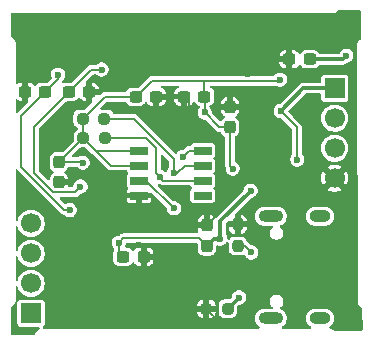
<source format=gbr>
%TF.GenerationSoftware,KiCad,Pcbnew,9.0.7*%
%TF.CreationDate,2026-02-20T19:59:31+05:30*%
%TF.ProjectId,breakout_board,62726561-6b6f-4757-945f-626f6172642e,rev?*%
%TF.SameCoordinates,Original*%
%TF.FileFunction,Copper,L1,Top*%
%TF.FilePolarity,Positive*%
%FSLAX46Y46*%
G04 Gerber Fmt 4.6, Leading zero omitted, Abs format (unit mm)*
G04 Created by KiCad (PCBNEW 9.0.7) date 2026-02-20 19:59:31*
%MOMM*%
%LPD*%
G01*
G04 APERTURE LIST*
G04 Aperture macros list*
%AMRoundRect*
0 Rectangle with rounded corners*
0 $1 Rounding radius*
0 $2 $3 $4 $5 $6 $7 $8 $9 X,Y pos of 4 corners*
0 Add a 4 corners polygon primitive as box body*
4,1,4,$2,$3,$4,$5,$6,$7,$8,$9,$2,$3,0*
0 Add four circle primitives for the rounded corners*
1,1,$1+$1,$2,$3*
1,1,$1+$1,$4,$5*
1,1,$1+$1,$6,$7*
1,1,$1+$1,$8,$9*
0 Add four rect primitives between the rounded corners*
20,1,$1+$1,$2,$3,$4,$5,0*
20,1,$1+$1,$4,$5,$6,$7,0*
20,1,$1+$1,$6,$7,$8,$9,0*
20,1,$1+$1,$8,$9,$2,$3,0*%
G04 Aperture macros list end*
%TA.AperFunction,SMDPad,CuDef*%
%ADD10RoundRect,0.237500X0.300000X0.237500X-0.300000X0.237500X-0.300000X-0.237500X0.300000X-0.237500X0*%
%TD*%
%TA.AperFunction,SMDPad,CuDef*%
%ADD11R,1.500000X0.650000*%
%TD*%
%TA.AperFunction,SMDPad,CuDef*%
%ADD12RoundRect,0.237500X-0.237500X0.300000X-0.237500X-0.300000X0.237500X-0.300000X0.237500X0.300000X0*%
%TD*%
%TA.AperFunction,SMDPad,CuDef*%
%ADD13RoundRect,0.237500X0.237500X-0.300000X0.237500X0.300000X-0.237500X0.300000X-0.237500X-0.300000X0*%
%TD*%
%TA.AperFunction,SMDPad,CuDef*%
%ADD14RoundRect,0.237500X-0.300000X-0.237500X0.300000X-0.237500X0.300000X0.237500X-0.300000X0.237500X0*%
%TD*%
%TA.AperFunction,SMDPad,CuDef*%
%ADD15RoundRect,0.237500X-0.237500X0.250000X-0.237500X-0.250000X0.237500X-0.250000X0.237500X0.250000X0*%
%TD*%
%TA.AperFunction,SMDPad,CuDef*%
%ADD16RoundRect,0.237500X0.250000X0.237500X-0.250000X0.237500X-0.250000X-0.237500X0.250000X-0.237500X0*%
%TD*%
%TA.AperFunction,SMDPad,CuDef*%
%ADD17RoundRect,0.237500X-0.250000X-0.237500X0.250000X-0.237500X0.250000X0.237500X-0.250000X0.237500X0*%
%TD*%
%TA.AperFunction,ComponentPad*%
%ADD18R,1.700000X1.700000*%
%TD*%
%TA.AperFunction,ComponentPad*%
%ADD19C,1.700000*%
%TD*%
%TA.AperFunction,HeatsinkPad*%
%ADD20O,1.800000X1.000000*%
%TD*%
%TA.AperFunction,HeatsinkPad*%
%ADD21O,2.100000X1.000000*%
%TD*%
%TA.AperFunction,ViaPad*%
%ADD22C,0.600000*%
%TD*%
%TA.AperFunction,Conductor*%
%ADD23C,0.200000*%
%TD*%
%TA.AperFunction,Conductor*%
%ADD24C,0.300000*%
%TD*%
G04 APERTURE END LIST*
D10*
%TO.P,10u,1*%
%TO.N,VBUS*%
X144931300Y-69545200D03*
%TO.P,10u,2*%
%TO.N,GND*%
X143206300Y-69545200D03*
%TD*%
D11*
%TO.P,AS5600,1,VDD5V*%
%TO.N,VDD_c*%
X130472200Y-77266800D03*
%TO.P,AS5600,2,VDD3V3*%
X130472200Y-78536800D03*
%TO.P,AS5600,3,OUT*%
%TO.N,OUT*%
X130472200Y-79806800D03*
%TO.P,AS5600,4,GND*%
%TO.N,GND*%
X130472200Y-81076800D03*
%TO.P,AS5600,5,PGO*%
%TO.N,unconnected-(IC2-PGO-Pad5)*%
X135872200Y-81076800D03*
%TO.P,AS5600,6,SDA*%
%TO.N,SDA_ENC*%
X135872200Y-79806800D03*
%TO.P,AS5600,7,SCL*%
%TO.N,SCL_ENC*%
X135872200Y-78536800D03*
%TO.P,AS5600,8,DIR*%
%TO.N,DIR*%
X135872200Y-77266800D03*
%TD*%
D12*
%TO.P,DC,1*%
%TO.N,VDD_c*%
X123698000Y-78233100D03*
%TO.P,DC,2*%
%TO.N,GND*%
X123698000Y-79958100D03*
%TD*%
D13*
%TO.P,DC4,1*%
%TO.N,VDD_c*%
X136220200Y-85317500D03*
%TO.P,DC4,2*%
%TO.N,GND*%
X136220200Y-83592500D03*
%TD*%
D10*
%TO.P,C7,1*%
%TO.N,OSC_IN*%
X122528500Y-72288400D03*
%TO.P,C7,2*%
%TO.N,GND*%
X120803500Y-72288400D03*
%TD*%
%TO.P,DC,1*%
%TO.N,VDD_c*%
X136015900Y-72694800D03*
%TO.P,DC,2*%
%TO.N,GND*%
X134290900Y-72694800D03*
%TD*%
D14*
%TO.P,22p,1*%
%TO.N,OSC_OUT*%
X124537300Y-72313800D03*
%TO.P,22p,2*%
%TO.N,GND*%
X126262300Y-72313800D03*
%TD*%
%TO.P,C6,1*%
%TO.N,VDD_c*%
X130201500Y-72720200D03*
%TO.P,C6,2*%
%TO.N,GND*%
X131926500Y-72720200D03*
%TD*%
D15*
%TO.P,5k1,1*%
%TO.N,GND*%
X138836400Y-83515200D03*
%TO.P,5k1,2*%
%TO.N,Net-(J3-CC1)*%
X138836400Y-85340200D03*
%TD*%
D13*
%TO.P,C9,1*%
%TO.N,VDD_c*%
X138176000Y-75285600D03*
%TO.P,C9,2*%
%TO.N,GND*%
X138176000Y-73560600D03*
%TD*%
D14*
%TO.P,100n,1*%
%TO.N,VDD_c*%
X129134700Y-86258400D03*
%TO.P,100n,2*%
%TO.N,GND*%
X130859700Y-86258400D03*
%TD*%
D16*
%TO.P,R2,1*%
%TO.N,SDA_ENC*%
X127582300Y-76225400D03*
%TO.P,R2,2*%
%TO.N,VDD_c*%
X125757300Y-76225400D03*
%TD*%
D17*
%TO.P,R4,1*%
%TO.N,GND*%
X136171300Y-90652600D03*
%TO.P,R4,2*%
%TO.N,Net-(J3-CC2)*%
X137996300Y-90652600D03*
%TD*%
%TO.P,4k7,1*%
%TO.N,VDD_c*%
X125706500Y-74574400D03*
%TO.P,4k7,2*%
%TO.N,SCL_ENC*%
X127531500Y-74574400D03*
%TD*%
D18*
%TO.P,J1,1,Pin_1*%
%TO.N,DP1*%
X121335800Y-91059000D03*
D19*
%TO.P,J1,2,Pin_2*%
%TO.N,DP2*%
X121335800Y-88519000D03*
%TO.P,J1,3,Pin_3*%
%TO.N,DP3*%
X121335800Y-85979000D03*
%TO.P,J1,4,Pin_4*%
%TO.N,DP4*%
X121335800Y-83439000D03*
%TD*%
D18*
%TO.P,J2,1,Pin_1*%
%TO.N,VDD_c*%
X147040600Y-71983600D03*
D19*
%TO.P,J2,2,Pin_2*%
%TO.N,SWDIO*%
X147040600Y-74523600D03*
%TO.P,J2,3,Pin_3*%
%TO.N,SWCLK*%
X147040600Y-77063600D03*
%TO.P,J2,4,Pin_4*%
%TO.N,GND*%
X147040600Y-79603600D03*
%TD*%
D20*
%TO.P,J3,S1,SHIELD*%
%TO.N,unconnected-(J3-SHIELD-PadS1)_1*%
X145804200Y-82827400D03*
D21*
%TO.N,unconnected-(J3-SHIELD-PadS1)*%
X141624200Y-82827400D03*
D20*
%TO.N,unconnected-(J3-SHIELD-PadS1)_2*%
X145804200Y-91467400D03*
D21*
%TO.N,unconnected-(J3-SHIELD-PadS1)_3*%
X141624200Y-91467400D03*
%TD*%
D22*
%TO.N,GND*%
X139446000Y-82296000D03*
X134696200Y-73761600D03*
X128879600Y-79578200D03*
X147320000Y-86588600D03*
X130454400Y-85293200D03*
X125247400Y-91313000D03*
X139700000Y-70764400D03*
X139446000Y-91973400D03*
X132613400Y-78587600D03*
X141782800Y-69596000D03*
X125105744Y-78891695D03*
X141681200Y-80975200D03*
X131165600Y-89001600D03*
X125247400Y-86537800D03*
X133604000Y-77063600D03*
X147853400Y-66548000D03*
X144957800Y-80975200D03*
X137271104Y-81361505D03*
%TO.N,VBUS*%
X148031200Y-69240400D03*
%TO.N,VDD_c*%
X139928600Y-80670400D03*
X136042400Y-74041000D03*
X125696920Y-78300520D03*
X143865600Y-78028800D03*
X142468600Y-73914000D03*
X142417800Y-71272400D03*
X128771200Y-85064600D03*
X137363200Y-84734400D03*
X138404600Y-78790800D03*
%TO.N,OSC_IN*%
X123621800Y-70840600D03*
X124612400Y-82296000D03*
%TO.N,OSC_OUT*%
X125514875Y-80319955D03*
X127304800Y-70408800D03*
%TO.N,OUT*%
X133441218Y-82155339D03*
%TO.N,DIR*%
X134188200Y-77800200D03*
%TO.N,SCL_ENC*%
X133426200Y-79146400D03*
%TO.N,SDA_ENC*%
X132232400Y-79502000D03*
%TO.N,Net-(J3-CC1)*%
X139979400Y-85897400D03*
%TO.N,Net-(J3-CC2)*%
X138938000Y-89712800D03*
%TD*%
D23*
%TO.N,GND*%
X134265500Y-72720200D02*
X134290900Y-72694800D01*
X136220200Y-83592500D02*
X137947400Y-81865300D01*
X139446000Y-91973400D02*
X137492100Y-91973400D01*
X130454400Y-85853100D02*
X130859700Y-86258400D01*
X134696200Y-73761600D02*
X134696200Y-73100100D01*
X125105744Y-79313456D02*
X124461100Y-79958100D01*
X125105744Y-78891695D02*
X125105744Y-79313456D01*
X136220200Y-83592500D02*
X136220200Y-83566000D01*
X134696200Y-73100100D02*
X134290900Y-72694800D01*
X136220200Y-83566000D02*
X136245600Y-83540600D01*
X137492100Y-91973400D02*
X136171300Y-90652600D01*
X124461100Y-79958100D02*
X123698000Y-79958100D01*
X131926500Y-72720200D02*
X134265500Y-72720200D01*
X137947400Y-81865300D02*
X137947400Y-81483200D01*
X137392799Y-81483200D02*
X137271104Y-81361505D01*
X137947400Y-81483200D02*
X137392799Y-81483200D01*
D24*
%TO.N,VBUS*%
X147726400Y-69545200D02*
X148031200Y-69240400D01*
X147726400Y-69545200D02*
X144931300Y-69545200D01*
D23*
%TO.N,VDD_c*%
X131556300Y-71365400D02*
X136017000Y-71365400D01*
X130472200Y-78536800D02*
X128068700Y-78536800D01*
D24*
X137363200Y-83235800D02*
X139928600Y-80670400D01*
D23*
X130201500Y-72720200D02*
X127560700Y-72720200D01*
D24*
X136803300Y-84734400D02*
X136220200Y-85317500D01*
D23*
X138176000Y-75285600D02*
X138176000Y-78562200D01*
X125757300Y-74625200D02*
X125706500Y-74574400D01*
X136015900Y-72694800D02*
X136015900Y-71366500D01*
X136017000Y-71365400D02*
X142324800Y-71365400D01*
X126900300Y-77266800D02*
X126849500Y-77317600D01*
X125757300Y-76225400D02*
X125705700Y-76225400D01*
X125757300Y-76225400D02*
X125757300Y-74625200D01*
X128771200Y-85064600D02*
X128771200Y-85894900D01*
X138176000Y-75285600D02*
X137287000Y-75285600D01*
X129143600Y-84692200D02*
X135594900Y-84692200D01*
X130201500Y-72720200D02*
X131556300Y-71365400D01*
D24*
X137363200Y-84734400D02*
X136803300Y-84734400D01*
D23*
X135594900Y-84692200D02*
X136220200Y-85317500D01*
X128771200Y-85894900D02*
X129134700Y-86258400D01*
X136042400Y-72721300D02*
X136015900Y-72694800D01*
X125705700Y-76225400D02*
X123698000Y-78233100D01*
D24*
X144399000Y-71983600D02*
X142468600Y-73914000D01*
D23*
X142468600Y-73914000D02*
X143865600Y-75311000D01*
X142324800Y-71365400D02*
X142417800Y-71272400D01*
X137287000Y-75285600D02*
X136042400Y-74041000D01*
X136564700Y-85317500D02*
X136220200Y-85317500D01*
D24*
X137363200Y-84734400D02*
X137363200Y-83235800D01*
D23*
X126849500Y-77317600D02*
X125757300Y-76225400D01*
X136042400Y-74041000D02*
X136042400Y-72721300D01*
X138176000Y-78562200D02*
X138404600Y-78790800D01*
D24*
X147523200Y-71983600D02*
X144399000Y-71983600D01*
D23*
X143865600Y-75311000D02*
X143865600Y-78028800D01*
X128068700Y-78536800D02*
X126849500Y-77317600D01*
X125629500Y-78233100D02*
X125696920Y-78300520D01*
X123698000Y-78233100D02*
X125629500Y-78233100D01*
X136015900Y-71366500D02*
X136017000Y-71365400D01*
X130472200Y-77266800D02*
X126900300Y-77266800D01*
X128771200Y-85064600D02*
X129143600Y-84692200D01*
X127560700Y-72720200D02*
X125706500Y-74574400D01*
%TO.N,OSC_IN*%
X123621800Y-70840600D02*
X123621800Y-71195100D01*
X124163166Y-82296000D02*
X124612400Y-82296000D01*
X120497600Y-74319300D02*
X120497600Y-78630434D01*
X120497600Y-78630434D02*
X124163166Y-82296000D01*
X123620700Y-70841700D02*
X123621800Y-70840600D01*
X122528500Y-72288400D02*
X120497600Y-74319300D01*
X123621800Y-71195100D02*
X122528500Y-72288400D01*
%TO.N,OSC_OUT*%
X123230866Y-80796600D02*
X125038230Y-80796600D01*
X121616300Y-75234800D02*
X121616300Y-79182034D01*
X126442300Y-70408800D02*
X127304800Y-70408800D01*
X125038230Y-80796600D02*
X125514875Y-80319955D01*
X124537300Y-72313800D02*
X126442300Y-70408800D01*
X124537300Y-72313800D02*
X121616300Y-75234800D01*
X121616300Y-79182034D02*
X123230866Y-80796600D01*
%TO.N,OUT*%
X131092679Y-79806800D02*
X133441218Y-82155339D01*
X130937000Y-79984600D02*
X131120400Y-79984600D01*
X130472200Y-79806800D02*
X131092679Y-79806800D01*
%TO.N,DIR*%
X135864600Y-77274400D02*
X135872200Y-77266800D01*
X134721600Y-77266800D02*
X134188200Y-77800200D01*
X135872200Y-77266800D02*
X134721600Y-77266800D01*
X134188200Y-77800200D02*
X134298800Y-77910800D01*
%TO.N,SCL_ENC*%
X134340600Y-78536800D02*
X135872200Y-78536800D01*
X127531500Y-74574400D02*
X130023900Y-74574400D01*
X133426200Y-79146400D02*
X133731000Y-79146400D01*
X130023900Y-74574400D02*
X133426200Y-77976700D01*
X133426200Y-77976700D02*
X133426200Y-79146400D01*
X133731000Y-79146400D02*
X134340600Y-78536800D01*
%TO.N,SDA_ENC*%
X131107800Y-76225400D02*
X127582300Y-76225400D01*
X132232400Y-79502000D02*
X132537200Y-79806800D01*
X132537200Y-79806800D02*
X135872200Y-79806800D01*
X132232400Y-79502000D02*
X131927600Y-79197200D01*
X131927600Y-77045200D02*
X131107800Y-76225400D01*
X131927600Y-79197200D02*
X131927600Y-77045200D01*
%TO.N,Net-(J3-CC1)*%
X139039600Y-85342100D02*
X139424100Y-85342100D01*
X139424100Y-85342100D02*
X139979400Y-85897400D01*
D24*
%TO.N,Net-(J3-CC2)*%
X138936100Y-89712800D02*
X137996300Y-90652600D01*
X138938000Y-89712800D02*
X138936100Y-89712800D01*
%TD*%
%TA.AperFunction,Conductor*%
%TO.N,GND*%
G36*
X149209392Y-65398894D02*
G01*
X149245821Y-65448053D01*
X149250957Y-65478976D01*
X149263906Y-67786149D01*
X149245326Y-67844445D01*
X149231744Y-67859739D01*
X149173893Y-67912680D01*
X149135591Y-67947731D01*
X149124896Y-67953971D01*
X149087119Y-67992087D01*
X149085331Y-67993724D01*
X149047502Y-68028342D01*
X149047500Y-68028345D01*
X149046535Y-68029858D01*
X149040843Y-68038780D01*
X149032129Y-68047574D01*
X149005496Y-68094181D01*
X149004199Y-68096215D01*
X149004196Y-68096217D01*
X148976621Y-68139440D01*
X148976621Y-68139441D01*
X148976077Y-68141163D01*
X148967645Y-68160425D01*
X148966748Y-68161993D01*
X148965887Y-68165266D01*
X148953084Y-68213917D01*
X148936910Y-68265100D01*
X148936361Y-68277466D01*
X148933670Y-68287693D01*
X148933670Y-68287697D01*
X148933211Y-68289440D01*
X148933210Y-68289443D01*
X148933440Y-68340707D01*
X148933344Y-68345532D01*
X148931074Y-68396756D01*
X148931463Y-68398517D01*
X148933792Y-68419427D01*
X149030964Y-90114581D01*
X149030969Y-90115744D01*
X149029864Y-90175881D01*
X149031264Y-90181522D01*
X149031290Y-90187244D01*
X149031291Y-90187336D01*
X149046829Y-90244306D01*
X149046830Y-90244306D01*
X149047129Y-90245403D01*
X149061627Y-90303781D01*
X149064438Y-90308864D01*
X149065968Y-90314473D01*
X149095704Y-90365448D01*
X149096821Y-90367415D01*
X149125405Y-90419094D01*
X149125409Y-90419100D01*
X149125410Y-90419101D01*
X149129443Y-90423285D01*
X149132371Y-90428304D01*
X149175099Y-90470651D01*
X149216867Y-90513983D01*
X149221846Y-90516981D01*
X149225974Y-90521072D01*
X149278216Y-90550922D01*
X149279180Y-90551503D01*
X149344444Y-90590800D01*
X149384543Y-90637014D01*
X149392375Y-90675056D01*
X149402247Y-92433825D01*
X149383667Y-92492121D01*
X149334370Y-92528362D01*
X149304430Y-92533374D01*
X147103470Y-92559642D01*
X147095277Y-92557087D01*
X147086801Y-92558430D01*
X147066648Y-92548161D01*
X147045058Y-92541430D01*
X147032285Y-92530652D01*
X146971400Y-92469766D01*
X146968370Y-92466599D01*
X146958946Y-92456301D01*
X146955889Y-92453732D01*
X146949582Y-92447948D01*
X146941516Y-92439882D01*
X146941509Y-92439877D01*
X146856053Y-92390539D01*
X146856050Y-92390538D01*
X146854152Y-92389442D01*
X146847849Y-92385421D01*
X146846386Y-92384958D01*
X146840667Y-92381656D01*
X146840666Y-92381655D01*
X146827389Y-92373990D01*
X146827386Y-92373989D01*
X146724111Y-92346317D01*
X146722191Y-92345710D01*
X146721778Y-92345691D01*
X146717064Y-92344428D01*
X146717063Y-92344427D01*
X146700092Y-92339881D01*
X146665662Y-92339881D01*
X146607471Y-92320974D01*
X146571507Y-92271474D01*
X146571507Y-92210288D01*
X146607471Y-92160788D01*
X146610660Y-92158566D01*
X146638192Y-92140169D01*
X146714489Y-92089189D01*
X146825989Y-91977689D01*
X146913594Y-91846579D01*
X146973937Y-91700897D01*
X147004700Y-91546242D01*
X147004700Y-91388558D01*
X146973937Y-91233903D01*
X146913594Y-91088221D01*
X146913593Y-91088219D01*
X146913590Y-91088214D01*
X146867126Y-91018677D01*
X146825989Y-90957111D01*
X146714489Y-90845611D01*
X146662259Y-90810712D01*
X146583385Y-90758009D01*
X146583374Y-90758003D01*
X146437697Y-90697663D01*
X146283044Y-90666900D01*
X146283042Y-90666900D01*
X145325358Y-90666900D01*
X145325355Y-90666900D01*
X145170703Y-90697663D01*
X145170701Y-90697663D01*
X145025025Y-90758003D01*
X145025014Y-90758009D01*
X144893911Y-90845611D01*
X144893907Y-90845614D01*
X144782414Y-90957107D01*
X144782411Y-90957111D01*
X144694809Y-91088214D01*
X144694803Y-91088225D01*
X144634463Y-91233901D01*
X144634463Y-91233903D01*
X144603700Y-91388555D01*
X144603700Y-91546244D01*
X144634463Y-91700896D01*
X144634463Y-91700898D01*
X144694803Y-91846574D01*
X144694809Y-91846585D01*
X144747512Y-91925459D01*
X144782411Y-91977689D01*
X144893911Y-92089189D01*
X144958724Y-92132495D01*
X144997740Y-92158566D01*
X145035619Y-92206616D01*
X145038021Y-92267754D01*
X145004028Y-92318628D01*
X144946624Y-92339805D01*
X144942738Y-92339881D01*
X142635661Y-92339881D01*
X142577470Y-92320974D01*
X142541506Y-92271474D01*
X142541506Y-92210288D01*
X142577470Y-92160788D01*
X142580659Y-92158566D01*
X142684489Y-92089189D01*
X142795989Y-91977689D01*
X142883594Y-91846579D01*
X142943937Y-91700897D01*
X142974700Y-91546242D01*
X142974700Y-91388558D01*
X142943937Y-91233903D01*
X142883594Y-91088221D01*
X142883593Y-91088219D01*
X142883590Y-91088214D01*
X142837126Y-91018677D01*
X142795989Y-90957111D01*
X142684489Y-90845611D01*
X142632259Y-90810712D01*
X142553385Y-90758009D01*
X142553374Y-90758003D01*
X142432402Y-90707896D01*
X142385876Y-90668160D01*
X142371592Y-90608665D01*
X142395006Y-90552137D01*
X142420786Y-90530696D01*
X142477565Y-90497915D01*
X142584715Y-90390765D01*
X142628736Y-90314519D01*
X142660479Y-90259539D01*
X142660479Y-90259537D01*
X142660481Y-90259535D01*
X142699700Y-90113166D01*
X142699700Y-89961634D01*
X142660481Y-89815265D01*
X142660479Y-89815262D01*
X142660479Y-89815260D01*
X142584718Y-89684039D01*
X142584716Y-89684037D01*
X142584715Y-89684035D01*
X142477565Y-89576885D01*
X142477562Y-89576883D01*
X142477560Y-89576881D01*
X142346338Y-89501120D01*
X142346340Y-89501120D01*
X142289547Y-89485903D01*
X142199966Y-89461900D01*
X142048434Y-89461900D01*
X141958852Y-89485903D01*
X141902060Y-89501120D01*
X141770839Y-89576881D01*
X141663681Y-89684039D01*
X141587920Y-89815260D01*
X141571217Y-89877600D01*
X141548700Y-89961634D01*
X141548700Y-90113166D01*
X141567016Y-90181522D01*
X141587920Y-90259539D01*
X141663681Y-90390760D01*
X141663683Y-90390762D01*
X141663685Y-90390765D01*
X141770818Y-90497898D01*
X141798594Y-90552413D01*
X141789023Y-90612845D01*
X141745758Y-90656110D01*
X141700813Y-90666900D01*
X140995355Y-90666900D01*
X140840703Y-90697663D01*
X140840701Y-90697663D01*
X140695025Y-90758003D01*
X140695014Y-90758009D01*
X140563911Y-90845611D01*
X140563907Y-90845614D01*
X140452414Y-90957107D01*
X140452411Y-90957111D01*
X140364809Y-91088214D01*
X140364803Y-91088225D01*
X140304463Y-91233901D01*
X140304463Y-91233903D01*
X140273700Y-91388555D01*
X140273700Y-91546244D01*
X140304463Y-91700896D01*
X140304463Y-91700898D01*
X140364803Y-91846574D01*
X140364809Y-91846585D01*
X140417512Y-91925459D01*
X140452411Y-91977689D01*
X140563911Y-92089189D01*
X140628724Y-92132495D01*
X140667740Y-92158566D01*
X140705619Y-92206616D01*
X140708021Y-92267754D01*
X140674028Y-92318628D01*
X140616624Y-92339805D01*
X140612738Y-92339881D01*
X122417430Y-92339881D01*
X122359239Y-92320974D01*
X122323275Y-92271474D01*
X122323275Y-92210288D01*
X122353320Y-92168934D01*
X122352078Y-92167692D01*
X122358563Y-92161206D01*
X122358565Y-92161206D01*
X122438006Y-92081765D01*
X122483385Y-91978991D01*
X122486300Y-91953865D01*
X122486299Y-90902601D01*
X135383800Y-90902601D01*
X135383800Y-90932182D01*
X135394173Y-91018558D01*
X135448376Y-91156008D01*
X135448379Y-91156012D01*
X135537654Y-91273739D01*
X135537660Y-91273745D01*
X135655387Y-91363020D01*
X135655391Y-91363023D01*
X135792841Y-91417226D01*
X135879217Y-91427599D01*
X135879224Y-91427600D01*
X135921299Y-91427600D01*
X135921300Y-91427599D01*
X135921300Y-90902601D01*
X136421300Y-90902601D01*
X136421300Y-91427599D01*
X136421301Y-91427600D01*
X136463376Y-91427600D01*
X136463382Y-91427599D01*
X136549758Y-91417226D01*
X136687208Y-91363023D01*
X136687212Y-91363020D01*
X136804939Y-91273745D01*
X136804945Y-91273739D01*
X136894220Y-91156012D01*
X136894223Y-91156008D01*
X136948426Y-91018558D01*
X136958799Y-90932182D01*
X136958800Y-90932176D01*
X136958800Y-90902601D01*
X136958799Y-90902600D01*
X136421301Y-90902600D01*
X136421300Y-90902601D01*
X135921300Y-90902601D01*
X135921299Y-90902600D01*
X135383801Y-90902600D01*
X135383800Y-90902601D01*
X122486299Y-90902601D01*
X122486299Y-90373017D01*
X135383800Y-90373017D01*
X135383800Y-90402599D01*
X135383801Y-90402600D01*
X135921299Y-90402600D01*
X135921300Y-90402599D01*
X135921300Y-89877601D01*
X136421300Y-89877601D01*
X136421300Y-90402599D01*
X136421301Y-90402600D01*
X136958799Y-90402600D01*
X136958800Y-90402599D01*
X136958800Y-90373020D01*
X136958795Y-90372979D01*
X137208300Y-90372979D01*
X137208300Y-90932220D01*
X137218683Y-91018679D01*
X137246109Y-91088225D01*
X137272938Y-91156258D01*
X137362300Y-91274100D01*
X137480142Y-91363462D01*
X137543784Y-91388559D01*
X137616477Y-91417226D01*
X137617723Y-91417717D01*
X137704182Y-91428100D01*
X137704184Y-91428100D01*
X138288416Y-91428100D01*
X138288418Y-91428100D01*
X138374877Y-91417717D01*
X138512458Y-91363462D01*
X138630300Y-91274100D01*
X138719662Y-91156258D01*
X138773917Y-91018677D01*
X138784300Y-90932218D01*
X138784300Y-90542711D01*
X138786768Y-90535113D01*
X138785519Y-90527224D01*
X138796043Y-90506568D01*
X138803207Y-90484520D01*
X138813296Y-90472707D01*
X138943707Y-90342296D01*
X138998224Y-90314519D01*
X139013711Y-90313300D01*
X139017055Y-90313300D01*
X139017057Y-90313300D01*
X139169784Y-90272377D01*
X139306716Y-90193320D01*
X139418520Y-90081516D01*
X139497577Y-89944584D01*
X139538500Y-89791857D01*
X139538500Y-89633743D01*
X139497577Y-89481016D01*
X139418520Y-89344084D01*
X139306716Y-89232280D01*
X139169784Y-89153223D01*
X139017057Y-89112300D01*
X138858943Y-89112300D01*
X138706216Y-89153223D01*
X138569284Y-89232280D01*
X138457480Y-89344084D01*
X138378423Y-89481016D01*
X138337499Y-89633745D01*
X138336653Y-89640177D01*
X138335319Y-89640001D01*
X138318593Y-89691480D01*
X138308504Y-89703293D01*
X138163693Y-89848104D01*
X138109176Y-89875881D01*
X138093689Y-89877100D01*
X137704179Y-89877100D01*
X137617720Y-89887483D01*
X137480141Y-89941738D01*
X137362303Y-90031097D01*
X137362297Y-90031103D01*
X137272938Y-90148941D01*
X137218683Y-90286520D01*
X137208300Y-90372979D01*
X136958795Y-90372979D01*
X136948426Y-90286641D01*
X136894223Y-90149191D01*
X136894220Y-90149187D01*
X136804945Y-90031460D01*
X136804939Y-90031454D01*
X136687212Y-89942179D01*
X136687208Y-89942176D01*
X136549758Y-89887973D01*
X136463382Y-89877600D01*
X136421301Y-89877600D01*
X136421300Y-89877601D01*
X135921300Y-89877601D01*
X135921299Y-89877600D01*
X135879217Y-89877600D01*
X135792841Y-89887973D01*
X135655391Y-89942176D01*
X135655387Y-89942179D01*
X135537660Y-90031454D01*
X135537654Y-90031460D01*
X135448379Y-90149187D01*
X135448376Y-90149191D01*
X135394173Y-90286641D01*
X135383800Y-90373017D01*
X122486299Y-90373017D01*
X122486299Y-90164136D01*
X122483385Y-90139009D01*
X122438006Y-90036235D01*
X122358565Y-89956794D01*
X122255791Y-89911415D01*
X122255790Y-89911414D01*
X122255788Y-89911414D01*
X122230668Y-89908500D01*
X120440939Y-89908500D01*
X120440936Y-89908501D01*
X120415809Y-89911414D01*
X120340690Y-89944583D01*
X120313035Y-89956794D01*
X120233594Y-90036235D01*
X120212006Y-90085125D01*
X120201158Y-90097249D01*
X120194406Y-90112049D01*
X120181270Y-90119473D01*
X120172283Y-90129517D01*
X120182564Y-90146293D01*
X120185300Y-90169408D01*
X120185300Y-91953860D01*
X120185301Y-91953863D01*
X120188214Y-91978990D01*
X120213556Y-92036385D01*
X120233594Y-92081765D01*
X120313035Y-92161206D01*
X120415809Y-92206585D01*
X120440935Y-92209500D01*
X121970145Y-92209499D01*
X122028336Y-92228406D01*
X122064300Y-92277906D01*
X122064300Y-92339092D01*
X122028336Y-92388592D01*
X122018059Y-92395131D01*
X121956190Y-92429352D01*
X121950301Y-92432609D01*
X121950296Y-92432612D01*
X121855418Y-92524065D01*
X121855413Y-92524071D01*
X121853945Y-92526507D01*
X121853946Y-92526508D01*
X121852830Y-92528362D01*
X121850444Y-92532324D01*
X121849700Y-92533069D01*
X121842798Y-92545022D01*
X121842324Y-92545810D01*
X121842323Y-92545811D01*
X121679541Y-92816155D01*
X121633326Y-92856253D01*
X121595911Y-92864080D01*
X119708782Y-92886604D01*
X119650369Y-92868392D01*
X119613817Y-92819325D01*
X119608600Y-92787611D01*
X119608600Y-90588395D01*
X119627507Y-90530204D01*
X119640758Y-90515366D01*
X119823192Y-90348420D01*
X119834500Y-90341892D01*
X119879454Y-90296934D01*
X119913098Y-90266147D01*
X119913100Y-90266144D01*
X119917279Y-90261172D01*
X119917289Y-90261181D01*
X119925788Y-90250597D01*
X119927683Y-90248703D01*
X119960558Y-90191757D01*
X119983979Y-90155049D01*
X119986673Y-90146523D01*
X119993572Y-90134574D01*
X119993573Y-90134570D01*
X119993576Y-90134565D01*
X119994835Y-90131526D01*
X119996368Y-90129730D01*
X119996822Y-90128945D01*
X119996967Y-90129029D01*
X120033880Y-90085806D01*
X120032920Y-90080206D01*
X120024670Y-90066017D01*
X120023084Y-90033889D01*
X120023545Y-90029848D01*
X120023691Y-90029390D01*
X120023749Y-90028068D01*
X120024140Y-90024654D01*
X120024775Y-90023260D01*
X120024822Y-90022999D01*
X120024889Y-90023010D01*
X120024920Y-90022943D01*
X120026872Y-90010281D01*
X120027677Y-90007279D01*
X120027675Y-89939494D01*
X120029526Y-89897735D01*
X120027673Y-89889354D01*
X120027645Y-88841074D01*
X120046551Y-88782883D01*
X120096050Y-88746918D01*
X120157235Y-88746917D01*
X120206736Y-88782879D01*
X120220800Y-88810480D01*
X120269588Y-88960637D01*
X120346864Y-89112300D01*
X120351804Y-89121994D01*
X120458247Y-89268501D01*
X120586299Y-89396553D01*
X120732806Y-89502996D01*
X120894161Y-89585211D01*
X121066391Y-89641171D01*
X121137936Y-89652502D01*
X121245251Y-89669500D01*
X121245254Y-89669500D01*
X121426349Y-89669500D01*
X121515777Y-89655335D01*
X121605209Y-89641171D01*
X121777439Y-89585211D01*
X121938794Y-89502996D01*
X122085301Y-89396553D01*
X122213353Y-89268501D01*
X122319796Y-89121994D01*
X122402011Y-88960639D01*
X122457971Y-88788409D01*
X122486300Y-88609546D01*
X122486300Y-88428454D01*
X122486300Y-88428450D01*
X122465318Y-88295979D01*
X122457971Y-88249591D01*
X122402011Y-88077361D01*
X122319796Y-87916006D01*
X122213353Y-87769499D01*
X122085301Y-87641447D01*
X121938794Y-87535004D01*
X121938793Y-87535003D01*
X121938791Y-87535002D01*
X121777437Y-87452788D01*
X121605206Y-87396828D01*
X121426349Y-87368500D01*
X121426346Y-87368500D01*
X121245254Y-87368500D01*
X121245251Y-87368500D01*
X121066393Y-87396828D01*
X120894162Y-87452788D01*
X120732808Y-87535002D01*
X120659552Y-87588225D01*
X120586299Y-87641447D01*
X120458247Y-87769499D01*
X120405025Y-87842752D01*
X120351802Y-87916008D01*
X120269588Y-88077362D01*
X120220783Y-88227571D01*
X120184819Y-88277072D01*
X120126628Y-88295979D01*
X120068437Y-88277072D01*
X120032473Y-88227572D01*
X120027628Y-88196982D01*
X120027625Y-88077361D01*
X120027578Y-86300864D01*
X120046483Y-86242676D01*
X120095982Y-86206711D01*
X120157167Y-86206710D01*
X120206668Y-86242672D01*
X120220732Y-86270272D01*
X120269589Y-86420639D01*
X120329378Y-86537982D01*
X120351804Y-86581994D01*
X120458247Y-86728501D01*
X120586299Y-86856553D01*
X120732806Y-86962996D01*
X120894161Y-87045211D01*
X121066391Y-87101171D01*
X121137936Y-87112502D01*
X121245251Y-87129500D01*
X121245254Y-87129500D01*
X121426349Y-87129500D01*
X121515777Y-87115335D01*
X121605209Y-87101171D01*
X121777439Y-87045211D01*
X121938794Y-86962996D01*
X122085301Y-86856553D01*
X122213353Y-86728501D01*
X122319796Y-86581994D01*
X122402011Y-86420639D01*
X122457971Y-86248409D01*
X122476854Y-86129184D01*
X122486300Y-86069549D01*
X122486300Y-85888450D01*
X122465122Y-85754741D01*
X122457971Y-85709591D01*
X122402011Y-85537361D01*
X122319796Y-85376006D01*
X122213353Y-85229499D01*
X122085301Y-85101447D01*
X121987206Y-85030177D01*
X121938799Y-84995007D01*
X121938793Y-84995003D01*
X121920227Y-84985543D01*
X128170700Y-84985543D01*
X128170700Y-85143657D01*
X128211623Y-85296384D01*
X128290680Y-85433316D01*
X128341705Y-85484341D01*
X128345330Y-85491456D01*
X128351793Y-85496152D01*
X128358956Y-85518200D01*
X128369481Y-85538856D01*
X128370700Y-85554343D01*
X128370700Y-85712187D01*
X128363798Y-85748506D01*
X128361339Y-85754739D01*
X128361338Y-85754742D01*
X128308609Y-85888454D01*
X128307083Y-85892324D01*
X128296700Y-85978779D01*
X128296700Y-86538020D01*
X128307083Y-86624479D01*
X128342793Y-86715032D01*
X128361338Y-86762058D01*
X128450700Y-86879900D01*
X128568542Y-86969262D01*
X128674189Y-87010924D01*
X128704877Y-87023026D01*
X128706123Y-87023517D01*
X128792582Y-87033900D01*
X128792584Y-87033900D01*
X129476816Y-87033900D01*
X129476818Y-87033900D01*
X129563277Y-87023517D01*
X129700858Y-86969262D01*
X129818700Y-86879900D01*
X129908062Y-86762058D01*
X129908065Y-86762050D01*
X129911191Y-86756491D01*
X129956189Y-86715032D01*
X130016962Y-86707940D01*
X130070297Y-86737924D01*
X130083783Y-86756484D01*
X130086778Y-86761811D01*
X130176054Y-86879539D01*
X130176060Y-86879545D01*
X130293787Y-86968820D01*
X130293791Y-86968823D01*
X130431241Y-87023026D01*
X130517617Y-87033399D01*
X130517624Y-87033400D01*
X130609699Y-87033400D01*
X130609700Y-87033399D01*
X130609700Y-86508401D01*
X131109700Y-86508401D01*
X131109700Y-87033399D01*
X131109701Y-87033400D01*
X131201776Y-87033400D01*
X131201782Y-87033399D01*
X131288158Y-87023026D01*
X131425608Y-86968823D01*
X131425612Y-86968820D01*
X131543339Y-86879545D01*
X131543345Y-86879539D01*
X131632620Y-86761812D01*
X131632623Y-86761808D01*
X131686826Y-86624358D01*
X131697199Y-86537982D01*
X131697200Y-86537976D01*
X131697200Y-86508401D01*
X131697199Y-86508400D01*
X131109701Y-86508400D01*
X131109700Y-86508401D01*
X130609700Y-86508401D01*
X130609700Y-85483401D01*
X131109700Y-85483401D01*
X131109700Y-86008399D01*
X131109701Y-86008400D01*
X131697199Y-86008400D01*
X131697200Y-86008399D01*
X131697200Y-85978823D01*
X131697199Y-85978817D01*
X131686826Y-85892441D01*
X131632623Y-85754991D01*
X131632620Y-85754987D01*
X131543345Y-85637260D01*
X131543339Y-85637254D01*
X131425612Y-85547979D01*
X131425608Y-85547976D01*
X131288158Y-85493773D01*
X131201782Y-85483400D01*
X131109701Y-85483400D01*
X131109700Y-85483401D01*
X130609700Y-85483401D01*
X130609699Y-85483400D01*
X130517617Y-85483400D01*
X130431241Y-85493773D01*
X130293791Y-85547976D01*
X130293787Y-85547979D01*
X130176060Y-85637254D01*
X130176054Y-85637260D01*
X130086778Y-85754988D01*
X130083781Y-85760319D01*
X130038778Y-85801772D01*
X129978004Y-85808857D01*
X129924673Y-85778866D01*
X129911193Y-85760311D01*
X129908061Y-85754741D01*
X129903333Y-85748506D01*
X129818700Y-85636900D01*
X129700858Y-85547538D01*
X129678842Y-85538856D01*
X129563279Y-85493283D01*
X129476820Y-85482900D01*
X129476818Y-85482900D01*
X129394565Y-85482900D01*
X129336374Y-85463993D01*
X129300410Y-85414493D01*
X129300410Y-85353307D01*
X129308825Y-85334404D01*
X129330777Y-85296384D01*
X129365693Y-85166075D01*
X129399016Y-85114763D01*
X129456138Y-85092836D01*
X129461319Y-85092700D01*
X135345700Y-85092700D01*
X135403891Y-85111607D01*
X135439855Y-85161107D01*
X135444700Y-85191700D01*
X135444700Y-85659620D01*
X135455083Y-85746079D01*
X135460699Y-85760319D01*
X135509338Y-85883658D01*
X135598700Y-86001500D01*
X135716542Y-86090862D01*
X135854123Y-86145117D01*
X135940582Y-86155500D01*
X135940584Y-86155500D01*
X136499816Y-86155500D01*
X136499818Y-86155500D01*
X136586277Y-86145117D01*
X136723858Y-86090862D01*
X136841700Y-86001500D01*
X136931062Y-85883658D01*
X136985317Y-85746077D01*
X136995700Y-85659618D01*
X136995700Y-85385925D01*
X137014607Y-85327734D01*
X137064107Y-85291770D01*
X137125293Y-85291770D01*
X137130887Y-85293834D01*
X137131411Y-85293974D01*
X137131416Y-85293977D01*
X137284143Y-85334900D01*
X137284145Y-85334900D01*
X137442255Y-85334900D01*
X137442257Y-85334900D01*
X137594984Y-85293977D01*
X137731916Y-85214920D01*
X137843720Y-85103116D01*
X137876164Y-85046919D01*
X137921633Y-85005980D01*
X137982483Y-84999584D01*
X138035471Y-85030177D01*
X138060358Y-85086072D01*
X138060900Y-85096421D01*
X138060900Y-85632320D01*
X138071283Y-85718779D01*
X138087665Y-85760319D01*
X138125538Y-85856358D01*
X138214900Y-85974200D01*
X138332742Y-86063562D01*
X138470323Y-86117817D01*
X138556782Y-86128200D01*
X138556784Y-86128200D01*
X139116016Y-86128200D01*
X139116018Y-86128200D01*
X139202477Y-86117817D01*
X139294783Y-86081415D01*
X139355851Y-86077657D01*
X139407467Y-86110512D01*
X139416838Y-86124013D01*
X139419822Y-86129182D01*
X139419823Y-86129184D01*
X139498880Y-86266116D01*
X139610684Y-86377920D01*
X139747616Y-86456977D01*
X139900343Y-86497900D01*
X139900345Y-86497900D01*
X140058455Y-86497900D01*
X140058457Y-86497900D01*
X140211184Y-86456977D01*
X140348116Y-86377920D01*
X140459920Y-86266116D01*
X140538977Y-86129184D01*
X140579900Y-85976457D01*
X140579900Y-85818343D01*
X140538977Y-85665616D01*
X140459920Y-85528684D01*
X140348116Y-85416880D01*
X140211184Y-85337823D01*
X140058457Y-85296900D01*
X140058455Y-85296900D01*
X139986301Y-85296900D01*
X139928110Y-85277993D01*
X139916298Y-85267904D01*
X139670013Y-85021620D01*
X139641878Y-85005376D01*
X139600939Y-84959907D01*
X139599305Y-84956014D01*
X139547262Y-84824042D01*
X139457900Y-84706200D01*
X139340058Y-84616838D01*
X139324658Y-84610765D01*
X139202479Y-84562583D01*
X139116020Y-84552200D01*
X139116018Y-84552200D01*
X138556782Y-84552200D01*
X138556779Y-84552200D01*
X138470320Y-84562583D01*
X138332741Y-84616838D01*
X138214903Y-84706197D01*
X138214897Y-84706203D01*
X138141584Y-84802882D01*
X138091357Y-84837825D01*
X138030185Y-84836571D01*
X137981432Y-84799601D01*
X137963700Y-84743063D01*
X137963700Y-84655344D01*
X137963700Y-84655343D01*
X137922777Y-84502616D01*
X137843720Y-84365684D01*
X137843717Y-84365681D01*
X137843716Y-84365679D01*
X137842690Y-84364653D01*
X137842216Y-84363724D01*
X137839769Y-84360534D01*
X137840360Y-84360080D01*
X137814917Y-84310134D01*
X137813700Y-84294656D01*
X137813700Y-83765201D01*
X138061400Y-83765201D01*
X138061400Y-83807282D01*
X138071773Y-83893658D01*
X138125976Y-84031108D01*
X138125979Y-84031112D01*
X138215254Y-84148839D01*
X138215260Y-84148845D01*
X138332987Y-84238120D01*
X138332991Y-84238123D01*
X138470441Y-84292326D01*
X138556817Y-84302699D01*
X138556824Y-84302700D01*
X138586399Y-84302700D01*
X138586400Y-84302699D01*
X138586400Y-83765201D01*
X139086400Y-83765201D01*
X139086400Y-84302699D01*
X139086401Y-84302700D01*
X139115976Y-84302700D01*
X139115982Y-84302699D01*
X139202358Y-84292326D01*
X139339808Y-84238123D01*
X139339812Y-84238120D01*
X139457539Y-84148845D01*
X139457545Y-84148839D01*
X139546820Y-84031112D01*
X139546823Y-84031108D01*
X139601026Y-83893658D01*
X139611399Y-83807282D01*
X139611400Y-83807276D01*
X139611400Y-83765201D01*
X139611399Y-83765200D01*
X139086401Y-83765200D01*
X139086400Y-83765201D01*
X138586400Y-83765201D01*
X138586399Y-83765200D01*
X138061401Y-83765200D01*
X138061400Y-83765201D01*
X137813700Y-83765201D01*
X137813700Y-83463409D01*
X137832607Y-83405218D01*
X137842684Y-83393418D01*
X137946151Y-83289951D01*
X138000664Y-83262177D01*
X138020393Y-83265301D01*
X138020393Y-83265200D01*
X138586399Y-83265200D01*
X138586400Y-83265199D01*
X138586400Y-82727701D01*
X139086400Y-82727701D01*
X139086400Y-83265199D01*
X139086401Y-83265200D01*
X139611399Y-83265200D01*
X139611400Y-83265199D01*
X139611400Y-83223123D01*
X139611399Y-83223117D01*
X139601026Y-83136741D01*
X139546823Y-82999291D01*
X139546820Y-82999287D01*
X139457545Y-82881560D01*
X139457539Y-82881554D01*
X139379767Y-82822578D01*
X139379766Y-82822577D01*
X139339813Y-82792279D01*
X139339808Y-82792276D01*
X139228939Y-82748555D01*
X140273700Y-82748555D01*
X140273700Y-82906244D01*
X140304463Y-83060896D01*
X140304463Y-83060898D01*
X140364803Y-83206574D01*
X140364809Y-83206585D01*
X140403975Y-83265200D01*
X140452411Y-83337689D01*
X140563911Y-83449189D01*
X140630227Y-83493500D01*
X140695014Y-83536790D01*
X140695025Y-83536796D01*
X140730986Y-83551691D01*
X140840703Y-83597137D01*
X140995358Y-83627900D01*
X140995359Y-83627900D01*
X141700813Y-83627900D01*
X141759004Y-83646807D01*
X141794968Y-83696307D01*
X141794968Y-83757493D01*
X141770818Y-83796901D01*
X141687083Y-83880637D01*
X141663682Y-83904038D01*
X141663681Y-83904039D01*
X141587920Y-84035260D01*
X141586116Y-84041994D01*
X141548700Y-84181634D01*
X141548700Y-84333166D01*
X141572770Y-84422996D01*
X141587920Y-84479539D01*
X141663681Y-84610760D01*
X141663683Y-84610762D01*
X141663685Y-84610765D01*
X141770835Y-84717915D01*
X141770837Y-84717916D01*
X141770839Y-84717918D01*
X141902061Y-84793679D01*
X141902059Y-84793679D01*
X141902063Y-84793680D01*
X141902065Y-84793681D01*
X142048434Y-84832900D01*
X142048436Y-84832900D01*
X142199964Y-84832900D01*
X142199966Y-84832900D01*
X142346335Y-84793681D01*
X142346337Y-84793679D01*
X142346339Y-84793679D01*
X142477560Y-84717918D01*
X142477560Y-84717917D01*
X142477565Y-84717915D01*
X142584715Y-84610765D01*
X142584718Y-84610760D01*
X142660479Y-84479539D01*
X142660479Y-84479537D01*
X142660481Y-84479535D01*
X142699700Y-84333166D01*
X142699700Y-84181634D01*
X142660481Y-84035265D01*
X142660479Y-84035262D01*
X142660479Y-84035260D01*
X142584718Y-83904039D01*
X142584716Y-83904037D01*
X142584715Y-83904035D01*
X142477565Y-83796885D01*
X142477562Y-83796883D01*
X142420786Y-83764103D01*
X142379846Y-83718633D01*
X142373451Y-83657783D01*
X142404044Y-83604795D01*
X142432393Y-83586907D01*
X142553379Y-83536794D01*
X142684489Y-83449189D01*
X142795989Y-83337689D01*
X142883594Y-83206579D01*
X142943937Y-83060897D01*
X142974700Y-82906242D01*
X142974700Y-82748558D01*
X142974699Y-82748555D01*
X144603700Y-82748555D01*
X144603700Y-82906244D01*
X144634463Y-83060896D01*
X144634463Y-83060898D01*
X144694803Y-83206574D01*
X144694809Y-83206585D01*
X144733975Y-83265200D01*
X144782411Y-83337689D01*
X144893911Y-83449189D01*
X144960227Y-83493500D01*
X145025014Y-83536790D01*
X145025025Y-83536796D01*
X145060986Y-83551691D01*
X145170703Y-83597137D01*
X145325358Y-83627900D01*
X145325359Y-83627900D01*
X146283041Y-83627900D01*
X146283042Y-83627900D01*
X146437697Y-83597137D01*
X146583379Y-83536794D01*
X146714489Y-83449189D01*
X146825989Y-83337689D01*
X146913594Y-83206579D01*
X146973937Y-83060897D01*
X147004700Y-82906242D01*
X147004700Y-82748558D01*
X146973937Y-82593903D01*
X146913594Y-82448221D01*
X146913593Y-82448219D01*
X146913590Y-82448214D01*
X146878217Y-82395276D01*
X146825989Y-82317111D01*
X146714489Y-82205611D01*
X146662259Y-82170712D01*
X146583385Y-82118009D01*
X146583374Y-82118003D01*
X146437697Y-82057663D01*
X146283044Y-82026900D01*
X146283042Y-82026900D01*
X145325358Y-82026900D01*
X145325355Y-82026900D01*
X145170703Y-82057663D01*
X145170701Y-82057663D01*
X145025025Y-82118003D01*
X145025014Y-82118009D01*
X144893911Y-82205611D01*
X144893907Y-82205614D01*
X144782414Y-82317107D01*
X144782411Y-82317111D01*
X144694809Y-82448214D01*
X144694803Y-82448225D01*
X144634463Y-82593901D01*
X144634463Y-82593903D01*
X144603700Y-82748555D01*
X142974699Y-82748555D01*
X142943937Y-82593903D01*
X142883594Y-82448221D01*
X142883593Y-82448219D01*
X142883590Y-82448214D01*
X142848217Y-82395276D01*
X142795989Y-82317111D01*
X142684489Y-82205611D01*
X142632259Y-82170712D01*
X142553385Y-82118009D01*
X142553374Y-82118003D01*
X142407697Y-82057663D01*
X142253044Y-82026900D01*
X142253042Y-82026900D01*
X140995358Y-82026900D01*
X140995355Y-82026900D01*
X140840703Y-82057663D01*
X140840701Y-82057663D01*
X140695025Y-82118003D01*
X140695014Y-82118009D01*
X140563911Y-82205611D01*
X140563907Y-82205614D01*
X140452414Y-82317107D01*
X140452411Y-82317111D01*
X140364809Y-82448214D01*
X140364803Y-82448225D01*
X140304463Y-82593901D01*
X140304463Y-82593903D01*
X140273700Y-82748555D01*
X139228939Y-82748555D01*
X139202358Y-82738073D01*
X139115982Y-82727700D01*
X139086401Y-82727700D01*
X139086400Y-82727701D01*
X138586400Y-82727701D01*
X138586400Y-82690710D01*
X138588868Y-82683112D01*
X138587619Y-82675223D01*
X138595262Y-82660222D01*
X138595262Y-82656100D01*
X138600334Y-82647821D01*
X138605307Y-82632519D01*
X138615390Y-82620712D01*
X139936207Y-81299896D01*
X139990724Y-81272119D01*
X140006211Y-81270900D01*
X140007655Y-81270900D01*
X140007657Y-81270900D01*
X140160384Y-81229977D01*
X140297316Y-81150920D01*
X140409120Y-81039116D01*
X140488177Y-80902184D01*
X140529100Y-80749457D01*
X140529100Y-80591343D01*
X140488177Y-80438616D01*
X140409120Y-80301684D01*
X140297316Y-80189880D01*
X140160384Y-80110823D01*
X140007657Y-80069900D01*
X139849543Y-80069900D01*
X139696816Y-80110823D01*
X139559884Y-80189880D01*
X139448080Y-80301684D01*
X139369023Y-80438616D01*
X139332296Y-80575686D01*
X139328100Y-80591344D01*
X139328100Y-80592789D01*
X139327780Y-80593773D01*
X139327253Y-80597777D01*
X139326511Y-80597679D01*
X139309193Y-80650980D01*
X139299104Y-80662793D01*
X137012926Y-82948970D01*
X136958409Y-82976747D01*
X136897977Y-82967176D01*
X136864038Y-82938785D01*
X136841345Y-82908860D01*
X136841339Y-82908854D01*
X136723612Y-82819579D01*
X136723608Y-82819576D01*
X136586158Y-82765373D01*
X136499782Y-82755000D01*
X136470201Y-82755000D01*
X136470200Y-82755001D01*
X136470200Y-83493500D01*
X136451293Y-83551691D01*
X136401793Y-83587655D01*
X136371200Y-83592500D01*
X136220201Y-83592500D01*
X136220200Y-83592501D01*
X136220200Y-83743500D01*
X136201293Y-83801691D01*
X136151793Y-83837655D01*
X136121200Y-83842500D01*
X135445201Y-83842500D01*
X135445200Y-83842501D01*
X135445200Y-83934582D01*
X135455572Y-84020955D01*
X135508978Y-84156381D01*
X135512736Y-84217451D01*
X135479881Y-84269067D01*
X135422961Y-84291513D01*
X135416880Y-84291700D01*
X129196327Y-84291700D01*
X129090873Y-84291700D01*
X129049820Y-84302700D01*
X128989007Y-84318994D01*
X128897691Y-84371716D01*
X128897686Y-84371720D01*
X128834302Y-84435104D01*
X128779785Y-84462881D01*
X128764299Y-84464100D01*
X128692143Y-84464100D01*
X128539416Y-84505023D01*
X128402484Y-84584080D01*
X128290680Y-84695884D01*
X128211623Y-84832816D01*
X128170700Y-84985543D01*
X121920227Y-84985543D01*
X121777437Y-84912788D01*
X121605206Y-84856828D01*
X121426349Y-84828500D01*
X121426346Y-84828500D01*
X121245254Y-84828500D01*
X121245251Y-84828500D01*
X121066393Y-84856828D01*
X120894162Y-84912788D01*
X120732808Y-84995002D01*
X120696172Y-85021620D01*
X120586299Y-85101447D01*
X120458247Y-85229499D01*
X120409278Y-85296900D01*
X120351802Y-85376008D01*
X120269589Y-85537360D01*
X120220715Y-85687779D01*
X120184751Y-85737279D01*
X120126560Y-85756186D01*
X120068369Y-85737279D01*
X120032405Y-85687778D01*
X120027560Y-85657195D01*
X120027510Y-83760658D01*
X120046416Y-83702469D01*
X120095915Y-83666504D01*
X120157100Y-83666503D01*
X120206601Y-83702465D01*
X120220665Y-83730066D01*
X120269588Y-83880637D01*
X120348372Y-84035260D01*
X120351804Y-84041994D01*
X120458247Y-84188501D01*
X120586299Y-84316553D01*
X120732806Y-84422996D01*
X120894161Y-84505211D01*
X121066391Y-84561171D01*
X121137936Y-84572502D01*
X121245251Y-84589500D01*
X121245254Y-84589500D01*
X121426349Y-84589500D01*
X121515777Y-84575335D01*
X121605209Y-84561171D01*
X121777439Y-84505211D01*
X121938794Y-84422996D01*
X122085301Y-84316553D01*
X122213353Y-84188501D01*
X122319796Y-84041994D01*
X122402011Y-83880639D01*
X122457971Y-83708409D01*
X122476329Y-83592500D01*
X122486300Y-83529549D01*
X122486300Y-83348450D01*
X122472758Y-83262950D01*
X122470773Y-83250417D01*
X135445200Y-83250417D01*
X135445200Y-83342499D01*
X135445201Y-83342500D01*
X135970199Y-83342500D01*
X135970200Y-83342499D01*
X135970200Y-82755001D01*
X135970199Y-82755000D01*
X135940617Y-82755000D01*
X135854241Y-82765373D01*
X135716791Y-82819576D01*
X135716787Y-82819579D01*
X135599060Y-82908854D01*
X135599054Y-82908860D01*
X135509779Y-83026587D01*
X135509776Y-83026591D01*
X135455573Y-83164041D01*
X135445200Y-83250417D01*
X122470773Y-83250417D01*
X122463829Y-83206579D01*
X122457971Y-83169591D01*
X122402011Y-82997361D01*
X122319796Y-82836006D01*
X122213353Y-82689499D01*
X122085301Y-82561447D01*
X121938794Y-82455004D01*
X121938793Y-82455003D01*
X121938791Y-82455002D01*
X121777437Y-82372788D01*
X121605206Y-82316828D01*
X121426349Y-82288500D01*
X121426346Y-82288500D01*
X121245254Y-82288500D01*
X121245251Y-82288500D01*
X121066393Y-82316828D01*
X120894162Y-82372788D01*
X120732808Y-82455002D01*
X120659552Y-82508225D01*
X120586299Y-82561447D01*
X120458247Y-82689499D01*
X120430492Y-82727701D01*
X120351802Y-82836008D01*
X120269589Y-82997360D01*
X120220648Y-83147986D01*
X120184684Y-83197486D01*
X120126493Y-83216393D01*
X120068302Y-83197486D01*
X120032338Y-83147986D01*
X120027493Y-83117400D01*
X120027383Y-78965617D01*
X120046289Y-78907428D01*
X120095788Y-78871463D01*
X120156973Y-78871462D01*
X120196384Y-78895611D01*
X123917253Y-82616480D01*
X123917255Y-82616481D01*
X123917257Y-82616483D01*
X124008574Y-82669205D01*
X124008572Y-82669205D01*
X124008576Y-82669206D01*
X124008578Y-82669207D01*
X124110439Y-82696500D01*
X124122656Y-82696500D01*
X124180847Y-82715407D01*
X124192659Y-82725496D01*
X124222164Y-82755000D01*
X124243684Y-82776520D01*
X124380616Y-82855577D01*
X124533343Y-82896500D01*
X124533345Y-82896500D01*
X124691455Y-82896500D01*
X124691457Y-82896500D01*
X124844184Y-82855577D01*
X124981116Y-82776520D01*
X125092920Y-82664716D01*
X125171977Y-82527784D01*
X125212900Y-82375057D01*
X125212900Y-82216943D01*
X125171977Y-82064216D01*
X125092920Y-81927284D01*
X124981116Y-81815480D01*
X124844184Y-81736423D01*
X124691457Y-81695500D01*
X124533343Y-81695500D01*
X124380616Y-81736423D01*
X124380615Y-81736423D01*
X124380613Y-81736424D01*
X124312866Y-81775537D01*
X124253017Y-81788257D01*
X124197122Y-81763370D01*
X124193363Y-81759804D01*
X123799663Y-81366104D01*
X123779638Y-81326801D01*
X129422201Y-81326801D01*
X129422201Y-81446591D01*
X129425109Y-81471674D01*
X129470413Y-81574277D01*
X129549722Y-81653586D01*
X129652327Y-81698890D01*
X129677403Y-81701799D01*
X130222198Y-81701799D01*
X130222200Y-81701798D01*
X130222200Y-81326801D01*
X130722200Y-81326801D01*
X130722200Y-81701798D01*
X130722201Y-81701799D01*
X131266990Y-81701799D01*
X131266991Y-81701798D01*
X131292074Y-81698890D01*
X131394677Y-81653586D01*
X131473986Y-81574277D01*
X131519290Y-81471672D01*
X131522199Y-81446597D01*
X131522200Y-81446595D01*
X131522200Y-81326801D01*
X131522199Y-81326800D01*
X130722201Y-81326800D01*
X130722200Y-81326801D01*
X130222200Y-81326801D01*
X130222199Y-81326800D01*
X129422202Y-81326800D01*
X129422201Y-81326801D01*
X123779638Y-81326801D01*
X123771886Y-81311587D01*
X123781457Y-81251155D01*
X123824722Y-81207890D01*
X123869667Y-81197100D01*
X125090956Y-81197100D01*
X125090957Y-81197100D01*
X125192818Y-81169807D01*
X125192820Y-81169805D01*
X125192822Y-81169805D01*
X125284138Y-81117083D01*
X125284138Y-81117082D01*
X125284143Y-81117080D01*
X125367958Y-81033265D01*
X125451773Y-80949451D01*
X125506289Y-80921674D01*
X125521776Y-80920455D01*
X125593930Y-80920455D01*
X125593932Y-80920455D01*
X125746659Y-80879532D01*
X125883591Y-80800475D01*
X125995395Y-80688671D01*
X126074452Y-80551739D01*
X126115375Y-80399012D01*
X126115375Y-80240898D01*
X126074452Y-80088171D01*
X125995395Y-79951239D01*
X125883591Y-79839435D01*
X125746659Y-79760378D01*
X125593932Y-79719455D01*
X125435818Y-79719455D01*
X125283091Y-79760378D01*
X125146159Y-79839435D01*
X125034355Y-79951239D01*
X124955298Y-80088171D01*
X124916735Y-80232093D01*
X124914375Y-80240899D01*
X124914375Y-80297100D01*
X124895468Y-80355291D01*
X124845968Y-80391255D01*
X124815375Y-80396100D01*
X124572000Y-80396100D01*
X124513809Y-80377193D01*
X124477845Y-80327693D01*
X124473000Y-80297100D01*
X124473000Y-80208101D01*
X124472999Y-80208100D01*
X123797000Y-80208100D01*
X123738809Y-80189193D01*
X123702845Y-80139693D01*
X123698000Y-80109100D01*
X123698000Y-79807100D01*
X123716907Y-79748909D01*
X123766407Y-79712945D01*
X123797000Y-79708100D01*
X124472999Y-79708100D01*
X124473000Y-79708099D01*
X124473000Y-79616023D01*
X124472999Y-79616017D01*
X124462626Y-79529641D01*
X124408423Y-79392191D01*
X124408420Y-79392187D01*
X124319145Y-79274460D01*
X124319139Y-79274454D01*
X124201411Y-79185178D01*
X124196084Y-79182183D01*
X124154628Y-79137181D01*
X124147542Y-79076408D01*
X124177530Y-79023075D01*
X124196091Y-79009591D01*
X124201650Y-79006465D01*
X124201658Y-79006462D01*
X124319500Y-78917100D01*
X124408862Y-78799258D01*
X124449471Y-78696278D01*
X124488407Y-78649084D01*
X124541568Y-78633600D01*
X125140234Y-78633600D01*
X125198425Y-78652507D01*
X125211355Y-78665103D01*
X125211812Y-78664647D01*
X125216398Y-78669233D01*
X125216400Y-78669236D01*
X125328204Y-78781040D01*
X125465136Y-78860097D01*
X125617863Y-78901020D01*
X125617865Y-78901020D01*
X125775975Y-78901020D01*
X125775977Y-78901020D01*
X125928704Y-78860097D01*
X126065636Y-78781040D01*
X126177440Y-78669236D01*
X126256497Y-78532304D01*
X126297420Y-78379577D01*
X126297420Y-78221463D01*
X126256497Y-78068736D01*
X126177440Y-77931804D01*
X126065636Y-77820000D01*
X125928704Y-77740943D01*
X125775977Y-77700020D01*
X125617863Y-77700020D01*
X125465136Y-77740943D01*
X125329350Y-77819337D01*
X125279854Y-77832600D01*
X124903901Y-77832600D01*
X124845710Y-77813693D01*
X124809746Y-77764193D01*
X124809746Y-77703007D01*
X124833897Y-77663596D01*
X125467596Y-77029896D01*
X125522113Y-77002119D01*
X125537600Y-77000900D01*
X125925399Y-77000900D01*
X125983590Y-77019807D01*
X125995403Y-77029896D01*
X126529020Y-77563513D01*
X127822787Y-78857280D01*
X127822789Y-78857281D01*
X127822790Y-78857282D01*
X127822791Y-78857283D01*
X127914108Y-78910005D01*
X127914106Y-78910005D01*
X127914110Y-78910006D01*
X127914112Y-78910007D01*
X128015973Y-78937300D01*
X128121427Y-78937300D01*
X129362539Y-78937300D01*
X129420730Y-78956207D01*
X129440882Y-78975774D01*
X129448240Y-78985299D01*
X129469994Y-79034565D01*
X129541699Y-79106270D01*
X129545565Y-79111274D01*
X129553844Y-79134413D01*
X129565003Y-79156313D01*
X129563983Y-79162748D01*
X129566179Y-79168883D01*
X129559276Y-79192470D01*
X129555432Y-79216745D01*
X129549975Y-79224256D01*
X129548995Y-79227605D01*
X129545682Y-79230163D01*
X129537228Y-79241800D01*
X129502322Y-79276707D01*
X129469994Y-79309035D01*
X129424614Y-79411811D01*
X129421700Y-79436930D01*
X129421700Y-80176660D01*
X129421701Y-80176663D01*
X129424614Y-80201790D01*
X129441882Y-80240898D01*
X129469994Y-80304565D01*
X129537580Y-80372151D01*
X129565356Y-80426666D01*
X129555785Y-80487098D01*
X129537579Y-80512157D01*
X129470413Y-80579322D01*
X129425109Y-80681927D01*
X129422200Y-80707002D01*
X129422200Y-80826799D01*
X129422201Y-80826800D01*
X131505279Y-80826800D01*
X131563470Y-80845707D01*
X131575277Y-80855791D01*
X132019383Y-81299896D01*
X132811722Y-82092235D01*
X132839499Y-82146752D01*
X132840718Y-82162239D01*
X132840718Y-82234396D01*
X132881641Y-82387123D01*
X132960698Y-82524055D01*
X133072502Y-82635859D01*
X133209434Y-82714916D01*
X133362161Y-82755839D01*
X133362163Y-82755839D01*
X133520273Y-82755839D01*
X133520275Y-82755839D01*
X133673002Y-82714916D01*
X133809934Y-82635859D01*
X133921738Y-82524055D01*
X134000795Y-82387123D01*
X134041718Y-82234396D01*
X134041718Y-82076282D01*
X134000795Y-81923555D01*
X133921738Y-81786623D01*
X133809934Y-81674819D01*
X133673002Y-81595762D01*
X133520275Y-81554839D01*
X133520273Y-81554839D01*
X133448118Y-81554839D01*
X133389927Y-81535932D01*
X133378114Y-81525843D01*
X132123776Y-80271504D01*
X132113251Y-80250848D01*
X132099625Y-80232093D01*
X132099625Y-80224103D01*
X132095999Y-80216987D01*
X132099625Y-80194092D01*
X132099625Y-80170907D01*
X132104320Y-80164444D01*
X132105570Y-80156555D01*
X132121961Y-80140163D01*
X132135589Y-80121407D01*
X132143186Y-80118938D01*
X132148835Y-80113290D01*
X132193780Y-80102500D01*
X132225500Y-80102500D01*
X132283691Y-80121407D01*
X132286062Y-80123432D01*
X132286141Y-80123331D01*
X132291291Y-80127283D01*
X132382608Y-80180005D01*
X132382606Y-80180005D01*
X132382610Y-80180006D01*
X132382612Y-80180007D01*
X132484473Y-80207300D01*
X134762539Y-80207300D01*
X134820730Y-80226207D01*
X134840882Y-80245774D01*
X134848240Y-80255299D01*
X134869994Y-80304565D01*
X134941699Y-80376270D01*
X134945565Y-80381274D01*
X134953844Y-80404413D01*
X134965003Y-80426313D01*
X134963983Y-80432748D01*
X134966179Y-80438883D01*
X134959276Y-80462470D01*
X134955432Y-80486745D01*
X134949975Y-80494256D01*
X134948995Y-80497605D01*
X134945682Y-80500163D01*
X134937228Y-80511800D01*
X134897291Y-80551738D01*
X134869994Y-80579035D01*
X134824614Y-80681811D01*
X134821700Y-80706930D01*
X134821700Y-81446660D01*
X134821701Y-81446663D01*
X134824614Y-81471790D01*
X134848481Y-81525843D01*
X134869994Y-81574565D01*
X134949435Y-81654006D01*
X135052209Y-81699385D01*
X135077335Y-81702300D01*
X136667064Y-81702299D01*
X136692191Y-81699385D01*
X136794965Y-81654006D01*
X136874406Y-81574565D01*
X136919785Y-81471791D01*
X136922700Y-81446665D01*
X136922699Y-80706936D01*
X136919785Y-80681809D01*
X136874406Y-80579035D01*
X136807172Y-80511801D01*
X136779397Y-80457287D01*
X136788968Y-80396855D01*
X136807171Y-80371799D01*
X136874406Y-80304565D01*
X136919785Y-80201791D01*
X136922700Y-80176665D01*
X136922699Y-79513089D01*
X145890600Y-79513089D01*
X145890600Y-79694110D01*
X145918916Y-79872889D01*
X145974850Y-80045040D01*
X146057032Y-80206330D01*
X146068511Y-80222131D01*
X146557636Y-79733006D01*
X146574675Y-79796593D01*
X146640501Y-79910607D01*
X146733593Y-80003699D01*
X146847607Y-80069525D01*
X146911191Y-80086562D01*
X146422066Y-80575687D01*
X146437866Y-80587166D01*
X146599159Y-80669349D01*
X146771310Y-80725283D01*
X146950090Y-80753600D01*
X147131110Y-80753600D01*
X147309889Y-80725283D01*
X147482040Y-80669349D01*
X147643330Y-80587168D01*
X147643335Y-80587164D01*
X147659132Y-80575687D01*
X147659132Y-80575686D01*
X147170008Y-80086562D01*
X147233593Y-80069525D01*
X147347607Y-80003699D01*
X147440699Y-79910607D01*
X147506525Y-79796593D01*
X147523562Y-79733008D01*
X148012686Y-80222132D01*
X148012687Y-80222132D01*
X148024164Y-80206335D01*
X148024168Y-80206330D01*
X148106349Y-80045040D01*
X148162283Y-79872889D01*
X148190600Y-79694110D01*
X148190600Y-79513089D01*
X148162283Y-79334310D01*
X148106349Y-79162159D01*
X148024166Y-79000866D01*
X148012687Y-78985066D01*
X147523562Y-79474191D01*
X147506525Y-79410607D01*
X147440699Y-79296593D01*
X147347607Y-79203501D01*
X147233593Y-79137675D01*
X147170006Y-79120636D01*
X147659132Y-78631511D01*
X147643330Y-78620032D01*
X147482040Y-78537850D01*
X147309889Y-78481916D01*
X147131110Y-78453600D01*
X146950090Y-78453600D01*
X146771310Y-78481916D01*
X146599159Y-78537850D01*
X146437864Y-78620034D01*
X146422066Y-78631511D01*
X146911192Y-79120637D01*
X146847607Y-79137675D01*
X146733593Y-79203501D01*
X146640501Y-79296593D01*
X146574675Y-79410607D01*
X146557637Y-79474192D01*
X146068511Y-78985066D01*
X146057034Y-79000864D01*
X145974850Y-79162159D01*
X145918916Y-79334310D01*
X145890600Y-79513089D01*
X136922699Y-79513089D01*
X136922699Y-79436936D01*
X136919785Y-79411809D01*
X136874406Y-79309035D01*
X136807172Y-79241801D01*
X136779397Y-79187287D01*
X136788968Y-79126855D01*
X136807171Y-79101799D01*
X136874406Y-79034565D01*
X136919785Y-78931791D01*
X136922700Y-78906665D01*
X136922699Y-78166936D01*
X136919785Y-78141809D01*
X136874406Y-78039035D01*
X136807172Y-77971801D01*
X136779397Y-77917287D01*
X136788968Y-77856855D01*
X136807171Y-77831799D01*
X136874406Y-77764565D01*
X136919785Y-77661791D01*
X136922700Y-77636665D01*
X136922699Y-76896936D01*
X136919785Y-76871809D01*
X136874406Y-76769035D01*
X136794965Y-76689594D01*
X136692191Y-76644215D01*
X136692190Y-76644214D01*
X136692188Y-76644214D01*
X136667068Y-76641300D01*
X135077339Y-76641300D01*
X135077336Y-76641301D01*
X135052209Y-76644214D01*
X134951727Y-76688582D01*
X134949435Y-76689594D01*
X134869994Y-76769035D01*
X134853102Y-76807289D01*
X134812304Y-76852882D01*
X134762540Y-76866299D01*
X134668874Y-76866299D01*
X134567013Y-76893593D01*
X134567011Y-76893593D01*
X134567007Y-76893595D01*
X134475687Y-76946319D01*
X134401122Y-77020883D01*
X134401118Y-77020889D01*
X134251305Y-77170703D01*
X134196788Y-77198481D01*
X134181301Y-77199700D01*
X134109143Y-77199700D01*
X133956416Y-77240623D01*
X133819484Y-77319680D01*
X133707678Y-77431486D01*
X133676912Y-77484775D01*
X133631443Y-77525716D01*
X133570592Y-77532112D01*
X133521172Y-77505279D01*
X131928993Y-75913100D01*
X130269813Y-74253920D01*
X130269810Y-74253918D01*
X130269809Y-74253917D01*
X130269808Y-74253916D01*
X130178491Y-74201194D01*
X130178493Y-74201194D01*
X130138970Y-74190604D01*
X130076627Y-74173900D01*
X130076625Y-74173900D01*
X128362921Y-74173900D01*
X128304730Y-74154993D01*
X128270824Y-74111219D01*
X128254862Y-74070742D01*
X128165500Y-73952900D01*
X128047658Y-73863538D01*
X127910079Y-73809283D01*
X127823620Y-73798900D01*
X127823618Y-73798900D01*
X127287400Y-73798900D01*
X127229209Y-73779993D01*
X127193245Y-73730493D01*
X127193245Y-73669307D01*
X127217396Y-73629896D01*
X127697596Y-73149696D01*
X127752113Y-73121919D01*
X127767600Y-73120700D01*
X129320079Y-73120700D01*
X129378270Y-73139607D01*
X129412175Y-73183380D01*
X129428138Y-73223858D01*
X129517500Y-73341700D01*
X129635342Y-73431062D01*
X129725133Y-73466471D01*
X129771677Y-73484826D01*
X129772923Y-73485317D01*
X129859382Y-73495700D01*
X129859384Y-73495700D01*
X130543616Y-73495700D01*
X130543618Y-73495700D01*
X130630077Y-73485317D01*
X130767658Y-73431062D01*
X130885500Y-73341700D01*
X130974862Y-73223858D01*
X130974865Y-73223850D01*
X130977991Y-73218291D01*
X131022989Y-73176832D01*
X131083762Y-73169740D01*
X131137097Y-73199724D01*
X131150583Y-73218284D01*
X131153578Y-73223611D01*
X131242854Y-73341339D01*
X131242860Y-73341345D01*
X131360587Y-73430620D01*
X131360591Y-73430623D01*
X131498041Y-73484826D01*
X131584417Y-73495199D01*
X131584424Y-73495200D01*
X131676499Y-73495200D01*
X131676500Y-73495199D01*
X131676500Y-72970201D01*
X132176500Y-72970201D01*
X132176500Y-73495199D01*
X132176501Y-73495200D01*
X132268576Y-73495200D01*
X132268582Y-73495199D01*
X132354958Y-73484826D01*
X132492408Y-73430623D01*
X132492412Y-73430620D01*
X132610139Y-73341345D01*
X132610145Y-73341339D01*
X132699420Y-73223612D01*
X132699423Y-73223608D01*
X132753626Y-73086158D01*
X132763999Y-72999782D01*
X132764000Y-72999776D01*
X132764000Y-72970201D01*
X132763999Y-72970200D01*
X132176501Y-72970200D01*
X132176500Y-72970201D01*
X131676500Y-72970201D01*
X131676500Y-72944801D01*
X133453400Y-72944801D01*
X133453400Y-72974382D01*
X133463773Y-73060758D01*
X133517976Y-73198208D01*
X133517979Y-73198212D01*
X133607254Y-73315939D01*
X133607260Y-73315945D01*
X133724987Y-73405220D01*
X133724991Y-73405223D01*
X133862441Y-73459426D01*
X133948817Y-73469799D01*
X133948824Y-73469800D01*
X134040899Y-73469800D01*
X134040900Y-73469799D01*
X134040900Y-72944801D01*
X134040899Y-72944800D01*
X133453401Y-72944800D01*
X133453400Y-72944801D01*
X131676500Y-72944801D01*
X131676500Y-72819200D01*
X131695407Y-72761009D01*
X131744907Y-72725045D01*
X131775500Y-72720200D01*
X131926499Y-72720200D01*
X131926500Y-72720199D01*
X131926500Y-72569200D01*
X131945407Y-72511009D01*
X131994907Y-72475045D01*
X132025500Y-72470200D01*
X132763999Y-72470200D01*
X132764000Y-72470199D01*
X132764000Y-72440623D01*
X132763999Y-72440617D01*
X132753626Y-72354241D01*
X132699423Y-72216791D01*
X132699420Y-72216787D01*
X132610145Y-72099060D01*
X132610139Y-72099054D01*
X132492412Y-72009779D01*
X132492408Y-72009776D01*
X132358569Y-71956997D01*
X132311372Y-71918061D01*
X132296075Y-71858818D01*
X132318521Y-71801899D01*
X132370137Y-71769044D01*
X132394888Y-71765900D01*
X133758103Y-71765900D01*
X133816294Y-71784807D01*
X133852258Y-71834307D01*
X133852258Y-71895493D01*
X133816294Y-71944993D01*
X133794422Y-71956997D01*
X133724991Y-71984376D01*
X133724987Y-71984379D01*
X133607260Y-72073654D01*
X133607254Y-72073660D01*
X133517979Y-72191387D01*
X133517976Y-72191391D01*
X133463773Y-72328841D01*
X133453400Y-72415217D01*
X133453400Y-72444799D01*
X133453401Y-72444800D01*
X134191900Y-72444800D01*
X134250091Y-72463707D01*
X134286055Y-72513207D01*
X134290900Y-72543800D01*
X134290900Y-72694799D01*
X134290901Y-72694800D01*
X134441900Y-72694800D01*
X134500091Y-72713707D01*
X134536055Y-72763207D01*
X134540900Y-72793800D01*
X134540900Y-73469799D01*
X134540901Y-73469800D01*
X134632976Y-73469800D01*
X134632982Y-73469799D01*
X134719358Y-73459426D01*
X134856808Y-73405223D01*
X134856812Y-73405220D01*
X134974539Y-73315945D01*
X134974545Y-73315939D01*
X135063818Y-73198215D01*
X135066813Y-73192889D01*
X135111812Y-73151431D01*
X135172585Y-73144340D01*
X135225919Y-73174325D01*
X135239405Y-73192885D01*
X135242540Y-73198461D01*
X135307788Y-73284504D01*
X135331900Y-73316300D01*
X135449742Y-73405662D01*
X135579221Y-73456722D01*
X135600583Y-73474345D01*
X135622993Y-73490627D01*
X135623972Y-73493640D01*
X135626416Y-73495657D01*
X135641900Y-73548818D01*
X135641900Y-73551256D01*
X135622993Y-73609447D01*
X135612904Y-73621259D01*
X135561882Y-73672281D01*
X135561880Y-73672283D01*
X135561880Y-73672284D01*
X135482823Y-73809216D01*
X135441900Y-73961943D01*
X135441900Y-74120057D01*
X135482823Y-74272784D01*
X135561880Y-74409716D01*
X135673684Y-74521520D01*
X135810616Y-74600577D01*
X135963343Y-74641500D01*
X136035499Y-74641500D01*
X136093690Y-74660407D01*
X136105503Y-74670496D01*
X137041087Y-75606080D01*
X137041089Y-75606081D01*
X137041090Y-75606082D01*
X137041091Y-75606083D01*
X137132408Y-75658805D01*
X137132406Y-75658805D01*
X137132410Y-75658806D01*
X137132412Y-75658807D01*
X137234273Y-75686100D01*
X137332432Y-75686100D01*
X137390623Y-75705007D01*
X137424528Y-75748778D01*
X137465138Y-75851758D01*
X137554500Y-75969600D01*
X137672342Y-76058962D01*
X137712819Y-76074924D01*
X137760016Y-76113860D01*
X137775500Y-76167021D01*
X137775500Y-78509473D01*
X137775500Y-78614927D01*
X137800727Y-78709080D01*
X137804100Y-78734697D01*
X137804100Y-78869857D01*
X137845023Y-79022584D01*
X137924080Y-79159516D01*
X138035884Y-79271320D01*
X138172816Y-79350377D01*
X138325543Y-79391300D01*
X138325545Y-79391300D01*
X138483655Y-79391300D01*
X138483657Y-79391300D01*
X138636384Y-79350377D01*
X138773316Y-79271320D01*
X138885120Y-79159516D01*
X138964177Y-79022584D01*
X139005100Y-78869857D01*
X139005100Y-78711743D01*
X138964177Y-78559016D01*
X138885120Y-78422084D01*
X138773316Y-78310280D01*
X138636384Y-78231223D01*
X138636381Y-78231222D01*
X138630764Y-78227979D01*
X138631573Y-78226576D01*
X138591082Y-78191985D01*
X138576500Y-78140268D01*
X138576500Y-76167021D01*
X138595407Y-76108830D01*
X138639180Y-76074924D01*
X138679658Y-76058962D01*
X138797500Y-75969600D01*
X138886862Y-75851758D01*
X138941117Y-75714177D01*
X138951500Y-75627718D01*
X138951500Y-74943482D01*
X138941117Y-74857023D01*
X138886862Y-74719442D01*
X138797500Y-74601600D01*
X138698071Y-74526201D01*
X138679661Y-74512240D01*
X138679659Y-74512239D01*
X138679658Y-74512238D01*
X138679656Y-74512237D01*
X138674085Y-74509105D01*
X138632629Y-74464104D01*
X138625541Y-74403331D01*
X138655529Y-74349998D01*
X138674089Y-74336513D01*
X138679415Y-74333518D01*
X138797139Y-74244245D01*
X138797145Y-74244239D01*
X138886420Y-74126512D01*
X138886423Y-74126508D01*
X138940626Y-73989058D01*
X138950999Y-73902682D01*
X138951000Y-73902676D01*
X138951000Y-73834943D01*
X141868100Y-73834943D01*
X141868100Y-73993057D01*
X141909023Y-74145784D01*
X141988080Y-74282716D01*
X142099884Y-74394520D01*
X142236816Y-74473577D01*
X142389543Y-74514500D01*
X142461699Y-74514500D01*
X142519890Y-74533407D01*
X142531703Y-74543496D01*
X143436104Y-75447897D01*
X143463881Y-75502414D01*
X143465100Y-75517901D01*
X143465100Y-77539056D01*
X143446193Y-77597247D01*
X143436104Y-77609059D01*
X143385082Y-77660081D01*
X143385080Y-77660083D01*
X143385080Y-77660084D01*
X143306023Y-77797016D01*
X143265100Y-77949743D01*
X143265100Y-78107857D01*
X143306023Y-78260584D01*
X143385080Y-78397516D01*
X143496884Y-78509320D01*
X143633816Y-78588377D01*
X143786543Y-78629300D01*
X143786545Y-78629300D01*
X143944655Y-78629300D01*
X143944657Y-78629300D01*
X144097384Y-78588377D01*
X144234316Y-78509320D01*
X144346120Y-78397516D01*
X144425177Y-78260584D01*
X144466100Y-78107857D01*
X144466100Y-77949743D01*
X144425177Y-77797016D01*
X144346120Y-77660084D01*
X144322701Y-77636665D01*
X144295096Y-77609059D01*
X144267319Y-77554542D01*
X144266100Y-77539056D01*
X144266100Y-76973050D01*
X145890100Y-76973050D01*
X145890100Y-77154149D01*
X145918428Y-77333006D01*
X145974388Y-77505237D01*
X146054156Y-77661791D01*
X146056604Y-77666594D01*
X146163047Y-77813101D01*
X146291099Y-77941153D01*
X146437606Y-78047596D01*
X146598961Y-78129811D01*
X146771191Y-78185771D01*
X146842736Y-78197102D01*
X146950051Y-78214100D01*
X146950054Y-78214100D01*
X147131149Y-78214100D01*
X147220577Y-78199935D01*
X147310009Y-78185771D01*
X147482239Y-78129811D01*
X147643594Y-78047596D01*
X147790101Y-77941153D01*
X147918153Y-77813101D01*
X148024596Y-77666594D01*
X148106811Y-77505239D01*
X148162771Y-77333009D01*
X148191100Y-77154146D01*
X148191100Y-76973054D01*
X148191100Y-76973050D01*
X148171119Y-76846900D01*
X148162771Y-76794191D01*
X148106811Y-76621961D01*
X148024596Y-76460606D01*
X147918153Y-76314099D01*
X147790101Y-76186047D01*
X147643594Y-76079604D01*
X147643593Y-76079603D01*
X147643591Y-76079602D01*
X147482237Y-75997388D01*
X147310006Y-75941428D01*
X147131149Y-75913100D01*
X147131146Y-75913100D01*
X146950054Y-75913100D01*
X146950051Y-75913100D01*
X146771193Y-75941428D01*
X146598962Y-75997388D01*
X146437608Y-76079602D01*
X146390456Y-76113860D01*
X146291099Y-76186047D01*
X146163047Y-76314099D01*
X146109825Y-76387352D01*
X146056602Y-76460608D01*
X145974388Y-76621962D01*
X145918428Y-76794193D01*
X145890100Y-76973050D01*
X144266100Y-76973050D01*
X144266100Y-75258274D01*
X144266100Y-75258273D01*
X144238807Y-75156413D01*
X144224142Y-75131013D01*
X144186080Y-75065087D01*
X144111513Y-74990519D01*
X144111513Y-74990520D01*
X143554043Y-74433050D01*
X145890100Y-74433050D01*
X145890100Y-74614149D01*
X145918428Y-74793006D01*
X145974388Y-74965237D01*
X146031873Y-75078058D01*
X146056604Y-75126594D01*
X146163047Y-75273101D01*
X146291099Y-75401153D01*
X146437606Y-75507596D01*
X146598961Y-75589811D01*
X146771191Y-75645771D01*
X146835118Y-75655896D01*
X146950051Y-75674100D01*
X146950054Y-75674100D01*
X147131149Y-75674100D01*
X147220577Y-75659935D01*
X147310009Y-75645771D01*
X147482239Y-75589811D01*
X147643594Y-75507596D01*
X147790101Y-75401153D01*
X147918153Y-75273101D01*
X148024596Y-75126594D01*
X148106811Y-74965239D01*
X148162771Y-74793009D01*
X148191100Y-74614146D01*
X148191100Y-74433054D01*
X148191100Y-74433050D01*
X148165716Y-74272784D01*
X148162771Y-74254191D01*
X148106811Y-74081961D01*
X148024596Y-73920606D01*
X147918153Y-73774099D01*
X147790101Y-73646047D01*
X147643594Y-73539604D01*
X147643593Y-73539603D01*
X147643591Y-73539602D01*
X147482237Y-73457388D01*
X147310006Y-73401428D01*
X147131149Y-73373100D01*
X147131146Y-73373100D01*
X146950054Y-73373100D01*
X146950051Y-73373100D01*
X146771193Y-73401428D01*
X146598962Y-73457388D01*
X146437608Y-73539602D01*
X146371827Y-73587395D01*
X146291099Y-73646047D01*
X146163047Y-73774099D01*
X146118841Y-73834944D01*
X146056602Y-73920608D01*
X145974388Y-74081962D01*
X145918428Y-74254193D01*
X145890100Y-74433050D01*
X143554043Y-74433050D01*
X143140352Y-74019359D01*
X143112575Y-73964842D01*
X143122146Y-73904410D01*
X143140352Y-73879351D01*
X144556607Y-72463096D01*
X144611124Y-72435319D01*
X144626611Y-72434100D01*
X145791101Y-72434100D01*
X145849292Y-72453007D01*
X145885256Y-72502507D01*
X145890101Y-72533100D01*
X145890101Y-72878463D01*
X145893014Y-72903590D01*
X145911210Y-72944800D01*
X145938394Y-73006365D01*
X146017835Y-73085806D01*
X146120609Y-73131185D01*
X146145735Y-73134100D01*
X147935464Y-73134099D01*
X147960591Y-73131185D01*
X148063365Y-73085806D01*
X148142806Y-73006365D01*
X148188185Y-72903591D01*
X148191100Y-72878465D01*
X148191099Y-71088736D01*
X148188185Y-71063609D01*
X148142806Y-70960835D01*
X148063365Y-70881394D01*
X147960591Y-70836015D01*
X147960590Y-70836014D01*
X147960588Y-70836014D01*
X147935468Y-70833100D01*
X146145739Y-70833100D01*
X146145736Y-70833101D01*
X146120609Y-70836014D01*
X146017835Y-70881394D01*
X145938394Y-70960835D01*
X145893014Y-71063611D01*
X145890100Y-71088730D01*
X145890100Y-71434100D01*
X145871193Y-71492291D01*
X145821693Y-71528255D01*
X145791100Y-71533100D01*
X144339691Y-71533100D01*
X144294508Y-71545206D01*
X144249325Y-71557313D01*
X144249324Y-71557312D01*
X144225112Y-71563801D01*
X144225109Y-71563802D01*
X144122390Y-71623107D01*
X142460993Y-73284504D01*
X142406476Y-73312281D01*
X142390989Y-73313500D01*
X142389543Y-73313500D01*
X142236816Y-73354423D01*
X142099884Y-73433480D01*
X141988080Y-73545284D01*
X141909023Y-73682216D01*
X141868100Y-73834943D01*
X138951000Y-73834943D01*
X138951000Y-73810601D01*
X138950999Y-73810600D01*
X137401001Y-73810600D01*
X137401000Y-73810601D01*
X137401000Y-73902682D01*
X137411373Y-73989058D01*
X137465576Y-74126508D01*
X137465579Y-74126512D01*
X137554854Y-74244239D01*
X137554860Y-74244245D01*
X137672587Y-74333520D01*
X137677913Y-74336515D01*
X137719369Y-74381515D01*
X137726458Y-74442288D01*
X137696471Y-74495622D01*
X137677917Y-74509103D01*
X137672342Y-74512237D01*
X137554503Y-74601597D01*
X137554497Y-74601603D01*
X137465131Y-74719450D01*
X137465083Y-74719537D01*
X137465026Y-74719588D01*
X137461047Y-74724837D01*
X137460103Y-74724121D01*
X137420074Y-74760983D01*
X137359299Y-74768059D01*
X137308795Y-74741002D01*
X136671896Y-74104103D01*
X136644119Y-74049586D01*
X136642900Y-74034099D01*
X136642900Y-73961944D01*
X136642900Y-73961943D01*
X136601977Y-73809216D01*
X136522920Y-73672284D01*
X136519943Y-73669307D01*
X136471896Y-73621259D01*
X136468270Y-73614142D01*
X136461807Y-73609447D01*
X136454642Y-73587395D01*
X136444119Y-73566742D01*
X136442900Y-73551256D01*
X136442900Y-73527917D01*
X136461807Y-73469726D01*
X136505578Y-73435821D01*
X136582058Y-73405662D01*
X136699900Y-73316300D01*
X136774051Y-73218517D01*
X137401000Y-73218517D01*
X137401000Y-73310599D01*
X137401001Y-73310600D01*
X137925999Y-73310600D01*
X137926000Y-73310599D01*
X137926000Y-72723101D01*
X138426000Y-72723101D01*
X138426000Y-73310599D01*
X138426001Y-73310600D01*
X138950999Y-73310600D01*
X138951000Y-73310599D01*
X138951000Y-73218523D01*
X138950999Y-73218517D01*
X138940626Y-73132141D01*
X138886423Y-72994691D01*
X138886420Y-72994687D01*
X138797145Y-72876960D01*
X138797139Y-72876954D01*
X138679412Y-72787679D01*
X138679408Y-72787676D01*
X138541958Y-72733473D01*
X138455582Y-72723100D01*
X138426001Y-72723100D01*
X138426000Y-72723101D01*
X137926000Y-72723101D01*
X137925999Y-72723100D01*
X137896417Y-72723100D01*
X137810041Y-72733473D01*
X137672591Y-72787676D01*
X137672587Y-72787679D01*
X137554860Y-72876954D01*
X137554854Y-72876960D01*
X137465579Y-72994687D01*
X137465576Y-72994691D01*
X137411373Y-73132141D01*
X137401000Y-73218517D01*
X136774051Y-73218517D01*
X136789262Y-73198458D01*
X136843517Y-73060877D01*
X136853900Y-72974418D01*
X136853900Y-72415182D01*
X136843517Y-72328723D01*
X136789262Y-72191142D01*
X136699900Y-72073300D01*
X136582058Y-71983938D01*
X136513741Y-71956997D01*
X136466544Y-71918061D01*
X136451247Y-71858818D01*
X136473693Y-71801899D01*
X136525309Y-71769044D01*
X136550060Y-71765900D01*
X142045039Y-71765900D01*
X142094538Y-71779163D01*
X142154530Y-71813799D01*
X142186016Y-71831977D01*
X142338743Y-71872900D01*
X142338745Y-71872900D01*
X142496855Y-71872900D01*
X142496857Y-71872900D01*
X142649584Y-71831977D01*
X142786516Y-71752920D01*
X142898320Y-71641116D01*
X142977377Y-71504184D01*
X143018300Y-71351457D01*
X143018300Y-71193343D01*
X142977377Y-71040616D01*
X142898320Y-70903684D01*
X142786516Y-70791880D01*
X142649584Y-70712823D01*
X142496857Y-70671900D01*
X142338743Y-70671900D01*
X142186016Y-70712823D01*
X142049084Y-70791880D01*
X141937278Y-70903686D01*
X141930514Y-70915402D01*
X141885043Y-70956342D01*
X141844779Y-70964900D01*
X136069731Y-70964900D01*
X136069727Y-70964899D01*
X135964273Y-70964899D01*
X135964269Y-70964900D01*
X131615106Y-70964900D01*
X131615090Y-70964899D01*
X131609027Y-70964899D01*
X131503573Y-70964899D01*
X131503570Y-70964899D01*
X131401713Y-70992192D01*
X131401709Y-70992194D01*
X131310387Y-71044919D01*
X131235819Y-71119486D01*
X131235820Y-71119487D01*
X130439603Y-71915704D01*
X130385086Y-71943481D01*
X130369599Y-71944700D01*
X129859379Y-71944700D01*
X129772920Y-71955083D01*
X129635341Y-72009338D01*
X129517503Y-72098697D01*
X129517497Y-72098703D01*
X129428139Y-72216540D01*
X129428138Y-72216541D01*
X129428138Y-72216542D01*
X129412175Y-72257019D01*
X129373240Y-72304216D01*
X129320079Y-72319700D01*
X127613427Y-72319700D01*
X127507973Y-72319700D01*
X127406112Y-72346993D01*
X127406111Y-72346993D01*
X127406109Y-72346994D01*
X127372280Y-72366526D01*
X127314785Y-72399720D01*
X127240219Y-72474286D01*
X127240220Y-72474287D01*
X127240218Y-72474289D01*
X127240217Y-72474288D01*
X127179704Y-72534803D01*
X127125188Y-72562581D01*
X127109700Y-72563800D01*
X126512301Y-72563800D01*
X126512300Y-72563801D01*
X126512300Y-73101603D01*
X126526776Y-73130015D01*
X126517205Y-73190447D01*
X126498999Y-73215505D01*
X125944603Y-73769903D01*
X125890086Y-73797681D01*
X125874599Y-73798900D01*
X125414379Y-73798900D01*
X125327920Y-73809283D01*
X125190341Y-73863538D01*
X125072503Y-73952897D01*
X125072497Y-73952903D01*
X124983138Y-74070741D01*
X124928883Y-74208320D01*
X124918500Y-74294779D01*
X124918500Y-74854020D01*
X124928883Y-74940479D01*
X124953892Y-75003896D01*
X124983138Y-75078058D01*
X125072500Y-75195900D01*
X125190342Y-75285262D01*
X125272903Y-75317820D01*
X125320098Y-75356755D01*
X125335395Y-75415997D01*
X125312949Y-75472917D01*
X125272902Y-75502013D01*
X125241141Y-75514538D01*
X125123300Y-75603900D01*
X125123297Y-75603903D01*
X125033938Y-75721741D01*
X124979683Y-75859320D01*
X124969300Y-75945779D01*
X124969300Y-76354399D01*
X124950393Y-76412590D01*
X124940304Y-76424403D01*
X123998603Y-77366104D01*
X123944086Y-77393881D01*
X123928599Y-77395100D01*
X123418379Y-77395100D01*
X123331920Y-77405483D01*
X123194341Y-77459738D01*
X123076503Y-77549097D01*
X123076497Y-77549103D01*
X122987138Y-77666941D01*
X122932883Y-77804520D01*
X122922500Y-77890979D01*
X122922500Y-78575220D01*
X122932883Y-78661679D01*
X122961678Y-78734697D01*
X122987138Y-78799258D01*
X123076500Y-78917100D01*
X123194342Y-79006462D01*
X123194344Y-79006463D01*
X123199911Y-79009593D01*
X123241368Y-79054592D01*
X123248458Y-79115365D01*
X123218473Y-79168699D01*
X123199919Y-79182181D01*
X123194588Y-79185178D01*
X123076860Y-79274454D01*
X123076854Y-79274460D01*
X122987579Y-79392187D01*
X122987576Y-79392191D01*
X122933373Y-79529641D01*
X122923000Y-79616017D01*
X122923000Y-79683333D01*
X122904093Y-79741524D01*
X122854593Y-79777488D01*
X122793407Y-79777488D01*
X122753996Y-79753337D01*
X122045796Y-79045137D01*
X122018019Y-78990620D01*
X122016800Y-78975133D01*
X122016800Y-75441701D01*
X122035707Y-75383510D01*
X122045796Y-75371697D01*
X124299197Y-73118296D01*
X124353714Y-73090519D01*
X124369201Y-73089300D01*
X124879416Y-73089300D01*
X124879418Y-73089300D01*
X124965877Y-73078917D01*
X125103458Y-73024662D01*
X125221300Y-72935300D01*
X125310662Y-72817458D01*
X125310665Y-72817450D01*
X125313791Y-72811891D01*
X125358789Y-72770432D01*
X125419562Y-72763340D01*
X125472897Y-72793324D01*
X125486383Y-72811884D01*
X125489378Y-72817211D01*
X125578654Y-72934939D01*
X125578660Y-72934945D01*
X125696387Y-73024220D01*
X125696391Y-73024223D01*
X125833841Y-73078426D01*
X125920217Y-73088799D01*
X125920224Y-73088800D01*
X126012299Y-73088800D01*
X126012300Y-73088799D01*
X126012300Y-71538801D01*
X126512300Y-71538801D01*
X126512300Y-72063799D01*
X126512301Y-72063800D01*
X127099799Y-72063800D01*
X127099800Y-72063799D01*
X127099800Y-72034223D01*
X127099799Y-72034217D01*
X127089426Y-71947841D01*
X127035223Y-71810391D01*
X127035220Y-71810387D01*
X126945945Y-71692660D01*
X126945939Y-71692654D01*
X126828212Y-71603379D01*
X126828208Y-71603376D01*
X126690758Y-71549173D01*
X126604382Y-71538800D01*
X126512301Y-71538800D01*
X126512300Y-71538801D01*
X126012300Y-71538801D01*
X126012300Y-71535721D01*
X125987722Y-71487483D01*
X125997293Y-71427051D01*
X126015497Y-71401995D01*
X126425301Y-70992192D01*
X126579198Y-70838296D01*
X126633714Y-70810519D01*
X126649201Y-70809300D01*
X126815056Y-70809300D01*
X126873247Y-70828207D01*
X126885059Y-70838296D01*
X126928158Y-70881394D01*
X126936084Y-70889320D01*
X127073016Y-70968377D01*
X127225743Y-71009300D01*
X127225745Y-71009300D01*
X127383855Y-71009300D01*
X127383857Y-71009300D01*
X127536584Y-70968377D01*
X127673516Y-70889320D01*
X127785320Y-70777516D01*
X127864377Y-70640584D01*
X127905300Y-70487857D01*
X127905300Y-70329743D01*
X127864377Y-70177016D01*
X127785320Y-70040084D01*
X127673516Y-69928280D01*
X127536584Y-69849223D01*
X127383857Y-69808300D01*
X127225743Y-69808300D01*
X127073016Y-69849223D01*
X126965535Y-69911277D01*
X126936081Y-69928282D01*
X126885059Y-69979304D01*
X126830542Y-70007081D01*
X126815056Y-70008300D01*
X126495027Y-70008300D01*
X126389573Y-70008300D01*
X126328273Y-70024725D01*
X126287707Y-70035594D01*
X126196391Y-70088316D01*
X124775403Y-71509304D01*
X124720886Y-71537081D01*
X124705399Y-71538300D01*
X124195179Y-71538300D01*
X124108721Y-71548683D01*
X124076610Y-71561346D01*
X124051318Y-71562902D01*
X124026355Y-71567262D01*
X124021233Y-71564753D01*
X124015541Y-71565104D01*
X123994160Y-71551494D01*
X123971406Y-71540350D01*
X123968737Y-71535311D01*
X123963925Y-71532248D01*
X123954628Y-71508671D01*
X123942769Y-71486280D01*
X123943708Y-71480978D01*
X123941480Y-71475328D01*
X123951383Y-71425704D01*
X123952861Y-71422685D01*
X123995007Y-71349687D01*
X124001588Y-71325127D01*
X124002731Y-71320858D01*
X124006958Y-71312229D01*
X124015942Y-71302955D01*
X124025864Y-71285770D01*
X124102320Y-71209316D01*
X124181377Y-71072384D01*
X124222300Y-70919657D01*
X124222300Y-70761543D01*
X124181377Y-70608816D01*
X124102320Y-70471884D01*
X123990516Y-70360080D01*
X123853584Y-70281023D01*
X123700857Y-70240100D01*
X123542743Y-70240100D01*
X123390016Y-70281023D01*
X123253084Y-70360080D01*
X123141280Y-70471884D01*
X123062223Y-70608816D01*
X123021300Y-70761543D01*
X123021300Y-70919657D01*
X123062223Y-71072384D01*
X123062224Y-71072385D01*
X123062225Y-71072388D01*
X123066664Y-71080078D01*
X123079382Y-71139927D01*
X123054493Y-71195821D01*
X123050929Y-71199576D01*
X122766603Y-71483903D01*
X122712086Y-71511681D01*
X122696599Y-71512900D01*
X122186379Y-71512900D01*
X122099920Y-71523283D01*
X121962341Y-71577538D01*
X121844503Y-71666897D01*
X121844497Y-71666903D01*
X121755137Y-71784742D01*
X121752003Y-71790317D01*
X121707001Y-71831771D01*
X121646227Y-71838857D01*
X121592895Y-71808868D01*
X121579415Y-71790313D01*
X121576420Y-71784987D01*
X121487145Y-71667260D01*
X121487139Y-71667254D01*
X121369412Y-71577979D01*
X121369408Y-71577976D01*
X121231958Y-71523773D01*
X121145582Y-71513400D01*
X121053501Y-71513400D01*
X121053500Y-71513401D01*
X121053500Y-73066480D01*
X121078076Y-73114715D01*
X121068505Y-73175147D01*
X121050299Y-73200205D01*
X120196255Y-74054251D01*
X120141738Y-74082029D01*
X120081306Y-74072458D01*
X120038041Y-74029193D01*
X120027252Y-73984255D01*
X120027227Y-73038618D01*
X120046132Y-72980430D01*
X120095631Y-72944465D01*
X120156816Y-72944464D01*
X120186045Y-72959735D01*
X120237587Y-72998820D01*
X120237591Y-72998823D01*
X120375041Y-73053026D01*
X120461417Y-73063399D01*
X120461424Y-73063400D01*
X120553499Y-73063400D01*
X120553500Y-73063399D01*
X120553500Y-71513401D01*
X120553499Y-71513400D01*
X120461417Y-71513400D01*
X120375041Y-71523773D01*
X120237591Y-71577976D01*
X120237587Y-71577979D01*
X120186006Y-71617094D01*
X120128214Y-71637189D01*
X120069649Y-71619478D01*
X120032679Y-71570724D01*
X120027187Y-71538213D01*
X120027186Y-71515581D01*
X120027141Y-69795201D01*
X142368800Y-69795201D01*
X142368800Y-69824782D01*
X142379173Y-69911158D01*
X142433376Y-70048608D01*
X142433379Y-70048612D01*
X142522654Y-70166339D01*
X142522660Y-70166345D01*
X142640387Y-70255620D01*
X142640391Y-70255623D01*
X142777841Y-70309826D01*
X142864217Y-70320199D01*
X142864224Y-70320200D01*
X142956299Y-70320200D01*
X142956300Y-70320199D01*
X142956300Y-69795201D01*
X142956299Y-69795200D01*
X142368801Y-69795200D01*
X142368800Y-69795201D01*
X120027141Y-69795201D01*
X120027127Y-69265617D01*
X142368800Y-69265617D01*
X142368800Y-69295199D01*
X142368801Y-69295200D01*
X142956299Y-69295200D01*
X142956300Y-69295199D01*
X142956300Y-68770201D01*
X143456300Y-68770201D01*
X143456300Y-70320199D01*
X143456301Y-70320200D01*
X143548376Y-70320200D01*
X143548382Y-70320199D01*
X143634758Y-70309826D01*
X143772208Y-70255623D01*
X143772212Y-70255620D01*
X143889939Y-70166345D01*
X143889945Y-70166339D01*
X143979218Y-70048615D01*
X143982213Y-70043289D01*
X144027212Y-70001831D01*
X144087985Y-69994740D01*
X144141319Y-70024725D01*
X144154805Y-70043285D01*
X144157937Y-70048855D01*
X144157938Y-70048858D01*
X144247300Y-70166700D01*
X144365142Y-70256062D01*
X144428439Y-70281023D01*
X144501477Y-70309826D01*
X144502723Y-70310317D01*
X144589182Y-70320700D01*
X144589184Y-70320700D01*
X145273416Y-70320700D01*
X145273418Y-70320700D01*
X145359877Y-70310317D01*
X145497458Y-70256062D01*
X145615300Y-70166700D01*
X145704662Y-70048858D01*
X145704663Y-70048853D01*
X145706167Y-70046182D01*
X145707906Y-70044579D01*
X145708754Y-70043462D01*
X145708954Y-70043613D01*
X145751166Y-70004725D01*
X145792463Y-69995700D01*
X147785709Y-69995700D01*
X147876069Y-69971487D01*
X147876072Y-69971487D01*
X147889303Y-69967941D01*
X147900287Y-69964999D01*
X148003014Y-69905689D01*
X148020911Y-69887791D01*
X148038808Y-69869896D01*
X148093325Y-69842119D01*
X148108811Y-69840900D01*
X148110255Y-69840900D01*
X148110257Y-69840900D01*
X148262984Y-69799977D01*
X148399916Y-69720920D01*
X148511720Y-69609116D01*
X148590777Y-69472184D01*
X148631700Y-69319457D01*
X148631700Y-69161343D01*
X148590777Y-69008616D01*
X148511720Y-68871684D01*
X148399916Y-68759880D01*
X148262984Y-68680823D01*
X148110257Y-68639900D01*
X147952143Y-68639900D01*
X147799416Y-68680823D01*
X147662484Y-68759880D01*
X147550680Y-68871684D01*
X147471623Y-69008616D01*
X147468218Y-69021323D01*
X147434896Y-69072636D01*
X147377775Y-69094564D01*
X147372592Y-69094700D01*
X145792463Y-69094700D01*
X145734272Y-69075793D01*
X145706167Y-69044218D01*
X145704663Y-69041544D01*
X145704662Y-69041543D01*
X145704662Y-69041542D01*
X145615300Y-68923700D01*
X145497458Y-68834338D01*
X145359879Y-68780083D01*
X145273420Y-68769700D01*
X145273418Y-68769700D01*
X144589182Y-68769700D01*
X144589179Y-68769700D01*
X144502720Y-68780083D01*
X144365141Y-68834338D01*
X144247303Y-68923697D01*
X144247297Y-68923703D01*
X144157937Y-69041542D01*
X144154803Y-69047117D01*
X144109801Y-69088571D01*
X144049027Y-69095657D01*
X143995695Y-69065668D01*
X143982215Y-69047113D01*
X143979220Y-69041787D01*
X143889945Y-68924060D01*
X143889939Y-68924054D01*
X143772212Y-68834779D01*
X143772208Y-68834776D01*
X143634758Y-68780573D01*
X143548382Y-68770200D01*
X143456301Y-68770200D01*
X143456300Y-68770201D01*
X142956300Y-68770201D01*
X142956299Y-68770200D01*
X142864217Y-68770200D01*
X142777841Y-68780573D01*
X142640391Y-68834776D01*
X142640387Y-68834779D01*
X142522660Y-68924054D01*
X142522654Y-68924060D01*
X142433379Y-69041787D01*
X142433376Y-69041791D01*
X142379173Y-69179241D01*
X142368800Y-69265617D01*
X120027127Y-69265617D01*
X120027098Y-68164367D01*
X120028226Y-68103050D01*
X120027097Y-68098504D01*
X120027097Y-68093826D01*
X120011464Y-68035489D01*
X120011026Y-68033793D01*
X120009673Y-68028345D01*
X119996463Y-67975150D01*
X119996461Y-67975146D01*
X119994841Y-67971021D01*
X119994716Y-67970704D01*
X119994696Y-67970662D01*
X119992984Y-67966529D01*
X119962809Y-67914270D01*
X119961910Y-67912680D01*
X119932680Y-67859830D01*
X119932674Y-67859824D01*
X119930030Y-67856243D01*
X119929997Y-67856197D01*
X119929840Y-67855985D01*
X119929807Y-67855946D01*
X119927091Y-67852406D01*
X119884389Y-67809707D01*
X119884388Y-67809706D01*
X119883754Y-67809072D01*
X119841223Y-67764948D01*
X119837214Y-67762534D01*
X119833910Y-67759230D01*
X119833906Y-67759227D01*
X119833902Y-67759223D01*
X119833896Y-67759219D01*
X119833894Y-67759218D01*
X119781591Y-67729022D01*
X119780021Y-67728097D01*
X119656532Y-67653740D01*
X119616434Y-67607525D01*
X119608600Y-67568928D01*
X119608600Y-65757071D01*
X119627507Y-65698880D01*
X119677007Y-65662916D01*
X119706662Y-65658075D01*
X122114107Y-65635383D01*
X122117237Y-65635405D01*
X122128661Y-65635665D01*
X122133508Y-65636964D01*
X122185713Y-65636964D01*
X122186855Y-65636990D01*
X122186927Y-65637015D01*
X122188984Y-65637060D01*
X122241548Y-65639391D01*
X122241978Y-65639295D01*
X122263340Y-65636964D01*
X146898050Y-65636964D01*
X146959361Y-65638091D01*
X146963899Y-65636964D01*
X146968572Y-65636964D01*
X147026997Y-65621308D01*
X147028548Y-65620907D01*
X147087261Y-65606328D01*
X147087265Y-65606325D01*
X147091393Y-65604704D01*
X147091396Y-65604703D01*
X147091724Y-65604573D01*
X147091782Y-65604546D01*
X147095859Y-65602857D01*
X147095866Y-65602856D01*
X147148215Y-65572631D01*
X147149634Y-65571829D01*
X147202581Y-65542545D01*
X147202587Y-65542538D01*
X147206138Y-65539917D01*
X147206435Y-65539697D01*
X147206481Y-65539658D01*
X147209986Y-65536968D01*
X147209994Y-65536964D01*
X147253332Y-65493625D01*
X147297463Y-65451088D01*
X147299871Y-65447086D01*
X147303174Y-65443784D01*
X147303174Y-65443783D01*
X147303180Y-65443778D01*
X147303184Y-65443770D01*
X147307133Y-65438626D01*
X147307821Y-65439154D01*
X147307960Y-65439000D01*
X147308073Y-65438888D01*
X147308208Y-65439024D01*
X147312344Y-65436917D01*
X147346959Y-65405735D01*
X147386311Y-65397170D01*
X149151028Y-65380536D01*
X149209392Y-65398894D01*
G37*
%TD.AperFunction*%
%TA.AperFunction,Conductor*%
G36*
X132497104Y-77613997D02*
G01*
X132996704Y-78113597D01*
X133024481Y-78168114D01*
X133025700Y-78183601D01*
X133025700Y-78656656D01*
X133006793Y-78714847D01*
X132996704Y-78726659D01*
X132945682Y-78777681D01*
X132945680Y-78777683D01*
X132945680Y-78777684D01*
X132933224Y-78799258D01*
X132866623Y-78914615D01*
X132832312Y-79042666D01*
X132798987Y-79093980D01*
X132741866Y-79115906D01*
X132682765Y-79100070D01*
X132666686Y-79087050D01*
X132601116Y-79021480D01*
X132464184Y-78942423D01*
X132464181Y-78942422D01*
X132401475Y-78925619D01*
X132350162Y-78892294D01*
X132328236Y-78835173D01*
X132328100Y-78829993D01*
X132328100Y-77684001D01*
X132347007Y-77625810D01*
X132396507Y-77589846D01*
X132457693Y-77589846D01*
X132497104Y-77613997D01*
G37*
%TD.AperFunction*%
%TD*%
M02*

</source>
